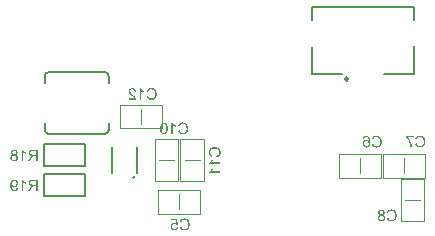
<source format=gbr>
G04*
G04 #@! TF.GenerationSoftware,Altium Limited,Altium Designer,23.0.1 (38)*
G04*
G04 Layer_Color=32896*
%FSLAX25Y25*%
%MOIN*%
G70*
G04*
G04 #@! TF.SameCoordinates,7EA281D9-4360-43E8-82A8-E858FA6B50C7*
G04*
G04*
G04 #@! TF.FilePolarity,Positive*
G04*
G01*
G75*
%ADD11C,0.00787*%
%ADD12C,0.00984*%
%ADD13C,0.00500*%
%ADD14C,0.00394*%
%ADD75C,0.00598*%
%ADD76C,0.00591*%
%ADD77C,0.00600*%
G36*
X459622Y251052D02*
X459727Y251041D01*
X459827Y251018D01*
X459922Y250991D01*
X460005Y250952D01*
X460088Y250919D01*
X460160Y250874D01*
X460227Y250835D01*
X460282Y250796D01*
X460338Y250752D01*
X460382Y250719D01*
X460415Y250685D01*
X460443Y250652D01*
X460465Y250630D01*
X460476Y250619D01*
X460482Y250613D01*
X460554Y250513D01*
X460615Y250397D01*
X460671Y250275D01*
X460721Y250147D01*
X460759Y250014D01*
X460793Y249881D01*
X460821Y249742D01*
X460843Y249614D01*
X460859Y249487D01*
X460871Y249370D01*
X460882Y249265D01*
X460887Y249176D01*
Y249098D01*
X460893Y249043D01*
Y249020D01*
Y249004D01*
Y248998D01*
Y248993D01*
X460887Y248815D01*
X460876Y248649D01*
X460859Y248493D01*
X460832Y248349D01*
X460804Y248221D01*
X460776Y248105D01*
X460743Y247999D01*
X460704Y247905D01*
X460671Y247827D01*
X460637Y247755D01*
X460610Y247699D01*
X460576Y247650D01*
X460554Y247611D01*
X460537Y247588D01*
X460526Y247572D01*
X460521Y247566D01*
X460449Y247489D01*
X460371Y247422D01*
X460293Y247366D01*
X460216Y247317D01*
X460132Y247272D01*
X460055Y247239D01*
X459977Y247211D01*
X459899Y247189D01*
X459833Y247172D01*
X459766Y247156D01*
X459711Y247145D01*
X459661Y247139D01*
X459616D01*
X459588Y247133D01*
X459561D01*
X459433Y247139D01*
X459316Y247161D01*
X459211Y247183D01*
X459117Y247217D01*
X459045Y247244D01*
X458989Y247272D01*
X458967Y247278D01*
X458950Y247289D01*
X458945Y247294D01*
X458939D01*
X458845Y247361D01*
X458756Y247439D01*
X458684Y247516D01*
X458623Y247594D01*
X458573Y247666D01*
X458539Y247722D01*
X458528Y247744D01*
X458517Y247761D01*
X458512Y247766D01*
Y247772D01*
X458456Y247888D01*
X458417Y248010D01*
X458390Y248121D01*
X458373Y248227D01*
X458356Y248316D01*
Y248349D01*
X458351Y248382D01*
Y248410D01*
Y248427D01*
Y248438D01*
Y248443D01*
X458356Y248543D01*
X458367Y248637D01*
X458384Y248732D01*
X458401Y248815D01*
X458428Y248893D01*
X458456Y248970D01*
X458484Y249037D01*
X458517Y249098D01*
X458551Y249154D01*
X458578Y249203D01*
X458606Y249242D01*
X458634Y249281D01*
X458650Y249309D01*
X458667Y249326D01*
X458678Y249337D01*
X458684Y249342D01*
X458745Y249403D01*
X458811Y249459D01*
X458884Y249503D01*
X458950Y249542D01*
X459017Y249581D01*
X459083Y249609D01*
X459211Y249648D01*
X459267Y249664D01*
X459322Y249675D01*
X459366Y249681D01*
X459411Y249686D01*
X459444Y249692D01*
X459489D01*
X459588Y249686D01*
X459683Y249670D01*
X459772Y249653D01*
X459849Y249631D01*
X459916Y249603D01*
X459966Y249587D01*
X459999Y249570D01*
X460005Y249564D01*
X460010D01*
X460099Y249509D01*
X460177Y249448D01*
X460249Y249387D01*
X460304Y249320D01*
X460354Y249265D01*
X460393Y249220D01*
X460415Y249187D01*
X460421Y249181D01*
Y249281D01*
X460415Y249381D01*
X460410Y249470D01*
X460399Y249559D01*
X460393Y249637D01*
X460382Y249709D01*
X460371Y249775D01*
X460354Y249836D01*
X460343Y249892D01*
X460332Y249936D01*
X460321Y249975D01*
X460316Y250008D01*
X460304Y250030D01*
X460299Y250047D01*
X460293Y250058D01*
Y250064D01*
X460238Y250175D01*
X460182Y250275D01*
X460121Y250352D01*
X460066Y250419D01*
X460016Y250475D01*
X459977Y250513D01*
X459949Y250536D01*
X459938Y250541D01*
X459871Y250586D01*
X459805Y250613D01*
X459738Y250635D01*
X459672Y250652D01*
X459622Y250663D01*
X459577Y250669D01*
X459539D01*
X459439Y250658D01*
X459344Y250635D01*
X459267Y250602D01*
X459194Y250569D01*
X459139Y250530D01*
X459100Y250497D01*
X459078Y250475D01*
X459067Y250463D01*
X459028Y250413D01*
X458989Y250352D01*
X458956Y250286D01*
X458934Y250219D01*
X458911Y250158D01*
X458895Y250108D01*
X458889Y250075D01*
X458884Y250069D01*
Y250064D01*
X458412Y250103D01*
X458445Y250258D01*
X458495Y250397D01*
X458551Y250519D01*
X458612Y250619D01*
X458673Y250696D01*
X458695Y250730D01*
X458723Y250758D01*
X458739Y250774D01*
X458756Y250791D01*
X458762Y250796D01*
X458767Y250802D01*
X458822Y250846D01*
X458884Y250885D01*
X459006Y250952D01*
X459128Y250996D01*
X459244Y251024D01*
X459350Y251046D01*
X459394Y251052D01*
X459433D01*
X459466Y251057D01*
X459511D01*
X459622Y251052D01*
D02*
G37*
G36*
X463074Y251096D02*
X463251Y251068D01*
X463407Y251035D01*
X463479Y251013D01*
X463546Y250991D01*
X463607Y250968D01*
X463662Y250946D01*
X463706Y250930D01*
X463751Y250913D01*
X463779Y250896D01*
X463801Y250885D01*
X463818Y250880D01*
X463823Y250874D01*
X463973Y250780D01*
X464101Y250669D01*
X464212Y250558D01*
X464306Y250447D01*
X464378Y250347D01*
X464406Y250302D01*
X464428Y250264D01*
X464450Y250236D01*
X464461Y250214D01*
X464467Y250197D01*
X464472Y250191D01*
X464550Y250019D01*
X464606Y249842D01*
X464644Y249664D01*
X464672Y249503D01*
X464683Y249431D01*
X464689Y249359D01*
X464694Y249304D01*
Y249248D01*
X464700Y249209D01*
Y249176D01*
Y249154D01*
Y249148D01*
X464689Y248948D01*
X464667Y248754D01*
X464639Y248582D01*
X464617Y248499D01*
X464600Y248427D01*
X464583Y248360D01*
X464561Y248299D01*
X464545Y248243D01*
X464534Y248199D01*
X464517Y248166D01*
X464511Y248138D01*
X464500Y248121D01*
Y248116D01*
X464417Y247949D01*
X464323Y247799D01*
X464223Y247672D01*
X464173Y247622D01*
X464128Y247572D01*
X464084Y247527D01*
X464040Y247489D01*
X464001Y247455D01*
X463967Y247433D01*
X463945Y247411D01*
X463923Y247394D01*
X463912Y247389D01*
X463906Y247383D01*
X463829Y247339D01*
X463751Y247300D01*
X463585Y247239D01*
X463418Y247195D01*
X463257Y247167D01*
X463179Y247156D01*
X463113Y247145D01*
X463052Y247139D01*
X463002D01*
X462957Y247133D01*
X462896D01*
X462785Y247139D01*
X462680Y247150D01*
X462580Y247161D01*
X462486Y247183D01*
X462397Y247211D01*
X462314Y247239D01*
X462236Y247267D01*
X462164Y247300D01*
X462103Y247328D01*
X462042Y247355D01*
X461997Y247383D01*
X461953Y247411D01*
X461925Y247433D01*
X461897Y247444D01*
X461886Y247455D01*
X461881Y247461D01*
X461803Y247527D01*
X461736Y247594D01*
X461675Y247672D01*
X461614Y247749D01*
X461514Y247905D01*
X461437Y248060D01*
X461403Y248132D01*
X461376Y248199D01*
X461353Y248260D01*
X461337Y248310D01*
X461320Y248354D01*
X461309Y248388D01*
X461303Y248410D01*
Y248415D01*
X461814Y248543D01*
X461836Y248454D01*
X461864Y248371D01*
X461892Y248293D01*
X461919Y248221D01*
X461953Y248155D01*
X461986Y248099D01*
X462025Y248044D01*
X462058Y247994D01*
X462086Y247949D01*
X462119Y247916D01*
X462147Y247883D01*
X462169Y247855D01*
X462191Y247838D01*
X462208Y247822D01*
X462214Y247816D01*
X462219Y247811D01*
X462275Y247766D01*
X462336Y247733D01*
X462458Y247672D01*
X462574Y247627D01*
X462691Y247600D01*
X462791Y247577D01*
X462830Y247572D01*
X462868D01*
X462902Y247566D01*
X462941D01*
X463068Y247572D01*
X463190Y247594D01*
X463301Y247622D01*
X463401Y247655D01*
X463479Y247688D01*
X463512Y247705D01*
X463540Y247716D01*
X463562Y247727D01*
X463579Y247738D01*
X463590Y247744D01*
X463596D01*
X463701Y247822D01*
X463790Y247905D01*
X463868Y247999D01*
X463929Y248088D01*
X463978Y248166D01*
X464012Y248232D01*
X464023Y248260D01*
X464034Y248277D01*
X464040Y248288D01*
Y248293D01*
X464084Y248438D01*
X464117Y248582D01*
X464145Y248726D01*
X464162Y248860D01*
X464167Y248920D01*
X464173Y248976D01*
Y249026D01*
X464178Y249065D01*
Y249098D01*
Y249126D01*
Y249143D01*
Y249148D01*
X464173Y249292D01*
X464162Y249426D01*
X464140Y249548D01*
X464117Y249659D01*
X464101Y249753D01*
X464089Y249792D01*
X464078Y249825D01*
X464073Y249853D01*
X464067Y249869D01*
X464062Y249881D01*
Y249886D01*
X464006Y250014D01*
X463945Y250130D01*
X463879Y250225D01*
X463806Y250308D01*
X463745Y250375D01*
X463695Y250419D01*
X463657Y250447D01*
X463651Y250458D01*
X463646D01*
X463529Y250530D01*
X463401Y250586D01*
X463279Y250624D01*
X463163Y250646D01*
X463057Y250663D01*
X463013Y250669D01*
X462974D01*
X462946Y250674D01*
X462902D01*
X462763Y250669D01*
X462635Y250646D01*
X462530Y250613D01*
X462436Y250580D01*
X462363Y250541D01*
X462308Y250513D01*
X462275Y250491D01*
X462264Y250480D01*
X462175Y250397D01*
X462091Y250302D01*
X462025Y250203D01*
X461969Y250103D01*
X461925Y250014D01*
X461908Y249970D01*
X461897Y249936D01*
X461886Y249908D01*
X461875Y249886D01*
X461869Y249875D01*
Y249869D01*
X461370Y249986D01*
X461403Y250086D01*
X461437Y250175D01*
X461481Y250258D01*
X461520Y250341D01*
X461564Y250413D01*
X461614Y250480D01*
X461659Y250547D01*
X461703Y250602D01*
X461747Y250646D01*
X461786Y250691D01*
X461825Y250730D01*
X461853Y250758D01*
X461881Y250785D01*
X461903Y250802D01*
X461914Y250807D01*
X461919Y250813D01*
X461997Y250863D01*
X462075Y250913D01*
X462152Y250952D01*
X462236Y250985D01*
X462402Y251035D01*
X462552Y251068D01*
X462624Y251085D01*
X462685Y251091D01*
X462746Y251096D01*
X462796Y251102D01*
X462835Y251107D01*
X462891D01*
X463074Y251096D01*
D02*
G37*
G36*
X477574D02*
X477751Y251068D01*
X477907Y251035D01*
X477979Y251013D01*
X478046Y250991D01*
X478107Y250968D01*
X478162Y250946D01*
X478206Y250930D01*
X478251Y250913D01*
X478279Y250896D01*
X478301Y250885D01*
X478318Y250880D01*
X478323Y250874D01*
X478473Y250780D01*
X478601Y250669D01*
X478712Y250558D01*
X478806Y250447D01*
X478878Y250347D01*
X478906Y250302D01*
X478928Y250264D01*
X478950Y250236D01*
X478961Y250214D01*
X478967Y250197D01*
X478972Y250191D01*
X479050Y250019D01*
X479106Y249842D01*
X479144Y249664D01*
X479172Y249503D01*
X479183Y249431D01*
X479189Y249359D01*
X479194Y249304D01*
Y249248D01*
X479200Y249209D01*
Y249176D01*
Y249154D01*
Y249148D01*
X479189Y248948D01*
X479167Y248754D01*
X479139Y248582D01*
X479117Y248499D01*
X479100Y248427D01*
X479083Y248360D01*
X479061Y248299D01*
X479045Y248243D01*
X479034Y248199D01*
X479017Y248166D01*
X479011Y248138D01*
X479000Y248121D01*
Y248116D01*
X478917Y247949D01*
X478823Y247799D01*
X478723Y247672D01*
X478673Y247622D01*
X478628Y247572D01*
X478584Y247527D01*
X478540Y247489D01*
X478501Y247455D01*
X478467Y247433D01*
X478445Y247411D01*
X478423Y247394D01*
X478412Y247389D01*
X478406Y247383D01*
X478329Y247339D01*
X478251Y247300D01*
X478085Y247239D01*
X477918Y247195D01*
X477757Y247167D01*
X477679Y247156D01*
X477613Y247145D01*
X477552Y247139D01*
X477502D01*
X477457Y247133D01*
X477396D01*
X477285Y247139D01*
X477180Y247150D01*
X477080Y247161D01*
X476986Y247183D01*
X476897Y247211D01*
X476814Y247239D01*
X476736Y247267D01*
X476664Y247300D01*
X476603Y247328D01*
X476542Y247355D01*
X476497Y247383D01*
X476453Y247411D01*
X476425Y247433D01*
X476397Y247444D01*
X476386Y247455D01*
X476381Y247461D01*
X476303Y247527D01*
X476236Y247594D01*
X476175Y247672D01*
X476114Y247749D01*
X476014Y247905D01*
X475937Y248060D01*
X475903Y248132D01*
X475876Y248199D01*
X475853Y248260D01*
X475837Y248310D01*
X475820Y248354D01*
X475809Y248388D01*
X475803Y248410D01*
Y248415D01*
X476314Y248543D01*
X476336Y248454D01*
X476364Y248371D01*
X476392Y248293D01*
X476419Y248221D01*
X476453Y248155D01*
X476486Y248099D01*
X476525Y248044D01*
X476558Y247994D01*
X476586Y247949D01*
X476619Y247916D01*
X476647Y247883D01*
X476669Y247855D01*
X476691Y247838D01*
X476708Y247822D01*
X476714Y247816D01*
X476719Y247811D01*
X476775Y247766D01*
X476836Y247733D01*
X476958Y247672D01*
X477074Y247627D01*
X477191Y247600D01*
X477291Y247577D01*
X477330Y247572D01*
X477368D01*
X477402Y247566D01*
X477441D01*
X477568Y247572D01*
X477690Y247594D01*
X477801Y247622D01*
X477901Y247655D01*
X477979Y247688D01*
X478012Y247705D01*
X478040Y247716D01*
X478062Y247727D01*
X478079Y247738D01*
X478090Y247744D01*
X478096D01*
X478201Y247822D01*
X478290Y247905D01*
X478368Y247999D01*
X478429Y248088D01*
X478478Y248166D01*
X478512Y248232D01*
X478523Y248260D01*
X478534Y248277D01*
X478540Y248288D01*
Y248293D01*
X478584Y248438D01*
X478617Y248582D01*
X478645Y248726D01*
X478662Y248860D01*
X478667Y248920D01*
X478673Y248976D01*
Y249026D01*
X478678Y249065D01*
Y249098D01*
Y249126D01*
Y249143D01*
Y249148D01*
X478673Y249292D01*
X478662Y249426D01*
X478640Y249548D01*
X478617Y249659D01*
X478601Y249753D01*
X478589Y249792D01*
X478578Y249825D01*
X478573Y249853D01*
X478567Y249869D01*
X478562Y249881D01*
Y249886D01*
X478506Y250014D01*
X478445Y250130D01*
X478379Y250225D01*
X478306Y250308D01*
X478245Y250375D01*
X478195Y250419D01*
X478157Y250447D01*
X478151Y250458D01*
X478146D01*
X478029Y250530D01*
X477901Y250586D01*
X477779Y250624D01*
X477663Y250646D01*
X477557Y250663D01*
X477513Y250669D01*
X477474D01*
X477446Y250674D01*
X477402D01*
X477263Y250669D01*
X477135Y250646D01*
X477030Y250613D01*
X476936Y250580D01*
X476863Y250541D01*
X476808Y250513D01*
X476775Y250491D01*
X476764Y250480D01*
X476675Y250397D01*
X476591Y250302D01*
X476525Y250203D01*
X476469Y250103D01*
X476425Y250014D01*
X476408Y249970D01*
X476397Y249936D01*
X476386Y249908D01*
X476375Y249886D01*
X476369Y249875D01*
Y249869D01*
X475870Y249986D01*
X475903Y250086D01*
X475937Y250175D01*
X475981Y250258D01*
X476020Y250341D01*
X476064Y250413D01*
X476114Y250480D01*
X476159Y250547D01*
X476203Y250602D01*
X476247Y250646D01*
X476286Y250691D01*
X476325Y250730D01*
X476353Y250758D01*
X476381Y250785D01*
X476403Y250802D01*
X476414Y250807D01*
X476419Y250813D01*
X476497Y250863D01*
X476575Y250913D01*
X476652Y250952D01*
X476736Y250985D01*
X476902Y251035D01*
X477052Y251068D01*
X477124Y251085D01*
X477185Y251091D01*
X477246Y251096D01*
X477296Y251102D01*
X477335Y251107D01*
X477391D01*
X477574Y251096D01*
D02*
G37*
G36*
X475337Y250536D02*
X473456D01*
X473589Y250375D01*
X473717Y250203D01*
X473828Y250036D01*
X473933Y249875D01*
X473978Y249803D01*
X474016Y249736D01*
X474055Y249675D01*
X474083Y249625D01*
X474105Y249581D01*
X474122Y249553D01*
X474133Y249531D01*
X474138Y249525D01*
X474249Y249304D01*
X474349Y249081D01*
X474433Y248871D01*
X474466Y248776D01*
X474499Y248682D01*
X474532Y248599D01*
X474555Y248521D01*
X474577Y248454D01*
X474593Y248399D01*
X474610Y248349D01*
X474621Y248316D01*
X474627Y248293D01*
Y248288D01*
X474682Y248060D01*
X474705Y247949D01*
X474721Y247849D01*
X474738Y247755D01*
X474754Y247661D01*
X474765Y247583D01*
X474777Y247505D01*
X474782Y247439D01*
X474788Y247378D01*
X474793Y247322D01*
Y247278D01*
X474799Y247244D01*
Y247222D01*
Y247205D01*
Y247200D01*
X474316D01*
X474299Y247411D01*
X474272Y247605D01*
X474244Y247783D01*
X474227Y247866D01*
X474211Y247944D01*
X474199Y248010D01*
X474183Y248071D01*
X474172Y248127D01*
X474161Y248171D01*
X474150Y248205D01*
X474144Y248232D01*
X474138Y248249D01*
Y248254D01*
X474055Y248510D01*
X473966Y248748D01*
X473922Y248865D01*
X473877Y248976D01*
X473828Y249076D01*
X473783Y249176D01*
X473744Y249265D01*
X473705Y249342D01*
X473672Y249409D01*
X473644Y249470D01*
X473617Y249520D01*
X473600Y249553D01*
X473589Y249575D01*
X473583Y249581D01*
X473517Y249697D01*
X473450Y249814D01*
X473384Y249920D01*
X473317Y250019D01*
X473256Y250108D01*
X473195Y250197D01*
X473134Y250275D01*
X473084Y250341D01*
X473034Y250408D01*
X472990Y250463D01*
X472945Y250508D01*
X472912Y250547D01*
X472890Y250580D01*
X472867Y250602D01*
X472856Y250613D01*
X472851Y250619D01*
Y250991D01*
X475337D01*
Y250536D01*
D02*
G37*
G36*
X396776Y221394D02*
X396332Y221334D01*
X396293Y221394D01*
X396243Y221445D01*
X396199Y221495D01*
X396154Y221533D01*
X396110Y221561D01*
X396076Y221589D01*
X396054Y221600D01*
X396049Y221605D01*
X395976Y221639D01*
X395904Y221667D01*
X395838Y221683D01*
X395771Y221700D01*
X395716Y221705D01*
X395671Y221711D01*
X395566D01*
X395499Y221700D01*
X395383Y221672D01*
X395283Y221633D01*
X395194Y221594D01*
X395127Y221550D01*
X395077Y221511D01*
X395050Y221483D01*
X395039Y221478D01*
Y221472D01*
X394961Y221378D01*
X394905Y221278D01*
X394866Y221173D01*
X394839Y221067D01*
X394822Y220978D01*
X394817Y220939D01*
Y220906D01*
X394811Y220878D01*
Y220856D01*
Y220845D01*
Y220840D01*
Y220762D01*
X394822Y220690D01*
X394850Y220551D01*
X394889Y220434D01*
X394928Y220340D01*
X394972Y220262D01*
X395011Y220201D01*
X395027Y220185D01*
X395039Y220168D01*
X395044Y220162D01*
X395050Y220157D01*
X395094Y220112D01*
X395139Y220074D01*
X395238Y220007D01*
X395333Y219963D01*
X395427Y219935D01*
X395505Y219913D01*
X395571Y219907D01*
X395594Y219902D01*
X395627D01*
X395732Y219907D01*
X395827Y219929D01*
X395910Y219957D01*
X395976Y219990D01*
X396038Y220024D01*
X396082Y220052D01*
X396104Y220074D01*
X396115Y220079D01*
X396182Y220157D01*
X396237Y220240D01*
X396282Y220335D01*
X396315Y220418D01*
X396337Y220501D01*
X396354Y220562D01*
X396359Y220590D01*
X396365Y220606D01*
Y220618D01*
Y220623D01*
X396859Y220584D01*
X396848Y220495D01*
X396831Y220412D01*
X396781Y220257D01*
X396720Y220124D01*
X396687Y220063D01*
X396654Y220013D01*
X396626Y219963D01*
X396593Y219918D01*
X396565Y219885D01*
X396537Y219857D01*
X396515Y219835D01*
X396504Y219813D01*
X396493Y219807D01*
X396487Y219802D01*
X396421Y219752D01*
X396354Y219707D01*
X396282Y219669D01*
X396210Y219635D01*
X396071Y219585D01*
X395932Y219552D01*
X395871Y219535D01*
X395810Y219530D01*
X395760Y219524D01*
X395716Y219519D01*
X395677Y219513D01*
X395627D01*
X395510Y219519D01*
X395399Y219535D01*
X395294Y219557D01*
X395199Y219585D01*
X395111Y219624D01*
X395027Y219663D01*
X394950Y219702D01*
X394883Y219746D01*
X394822Y219791D01*
X394767Y219829D01*
X394722Y219874D01*
X394683Y219907D01*
X394656Y219935D01*
X394633Y219957D01*
X394622Y219974D01*
X394617Y219979D01*
X394561Y220052D01*
X394517Y220129D01*
X394473Y220201D01*
X394439Y220279D01*
X394384Y220429D01*
X394350Y220573D01*
X394339Y220634D01*
X394328Y220695D01*
X394323Y220745D01*
X394317Y220790D01*
X394311Y220829D01*
Y220856D01*
Y220873D01*
Y220878D01*
X394317Y220978D01*
X394328Y221073D01*
X394345Y221167D01*
X394367Y221250D01*
X394395Y221328D01*
X394423Y221406D01*
X394456Y221472D01*
X394484Y221533D01*
X394517Y221589D01*
X394550Y221639D01*
X394578Y221678D01*
X394606Y221716D01*
X394628Y221744D01*
X394644Y221761D01*
X394656Y221772D01*
X394661Y221778D01*
X394728Y221838D01*
X394794Y221894D01*
X394866Y221938D01*
X394939Y221977D01*
X395011Y222016D01*
X395083Y222044D01*
X395216Y222083D01*
X395277Y222099D01*
X395333Y222111D01*
X395383Y222116D01*
X395427Y222122D01*
X395460Y222127D01*
X395583D01*
X395649Y222116D01*
X395782Y222088D01*
X395904Y222049D01*
X396015Y222005D01*
X396104Y221961D01*
X396143Y221938D01*
X396176Y221922D01*
X396204Y221905D01*
X396221Y221894D01*
X396232Y221888D01*
X396237Y221883D01*
X396032Y222921D01*
X394495D01*
Y223370D01*
X396404D01*
X396776Y221394D01*
D02*
G37*
G36*
X399062Y223476D02*
X399240Y223448D01*
X399395Y223415D01*
X399467Y223393D01*
X399534Y223370D01*
X399595Y223348D01*
X399651Y223326D01*
X399695Y223309D01*
X399739Y223293D01*
X399767Y223276D01*
X399789Y223265D01*
X399806Y223259D01*
X399812Y223254D01*
X399961Y223160D01*
X400089Y223048D01*
X400200Y222937D01*
X400294Y222827D01*
X400367Y222726D01*
X400394Y222682D01*
X400417Y222643D01*
X400439Y222616D01*
X400450Y222593D01*
X400455Y222577D01*
X400461Y222571D01*
X400539Y222399D01*
X400594Y222221D01*
X400633Y222044D01*
X400661Y221883D01*
X400672Y221811D01*
X400677Y221739D01*
X400683Y221683D01*
Y221628D01*
X400689Y221589D01*
Y221555D01*
Y221533D01*
Y221528D01*
X400677Y221328D01*
X400655Y221134D01*
X400627Y220962D01*
X400605Y220878D01*
X400589Y220806D01*
X400572Y220740D01*
X400550Y220679D01*
X400533Y220623D01*
X400522Y220579D01*
X400505Y220545D01*
X400500Y220518D01*
X400489Y220501D01*
Y220495D01*
X400405Y220329D01*
X400311Y220179D01*
X400211Y220052D01*
X400161Y220002D01*
X400117Y219952D01*
X400072Y219907D01*
X400028Y219868D01*
X399989Y219835D01*
X399956Y219813D01*
X399934Y219791D01*
X399911Y219774D01*
X399900Y219768D01*
X399895Y219763D01*
X399817Y219718D01*
X399739Y219680D01*
X399573Y219619D01*
X399406Y219574D01*
X399246Y219546D01*
X399168Y219535D01*
X399101Y219524D01*
X399040Y219519D01*
X398990D01*
X398946Y219513D01*
X398885D01*
X398774Y219519D01*
X398668Y219530D01*
X398568Y219541D01*
X398474Y219563D01*
X398385Y219591D01*
X398302Y219619D01*
X398224Y219646D01*
X398152Y219680D01*
X398091Y219707D01*
X398030Y219735D01*
X397986Y219763D01*
X397941Y219791D01*
X397914Y219813D01*
X397886Y219824D01*
X397875Y219835D01*
X397869Y219841D01*
X397791Y219907D01*
X397725Y219974D01*
X397664Y220052D01*
X397603Y220129D01*
X397503Y220285D01*
X397425Y220440D01*
X397392Y220512D01*
X397364Y220579D01*
X397342Y220640D01*
X397325Y220690D01*
X397308Y220734D01*
X397297Y220767D01*
X397292Y220790D01*
Y220795D01*
X397802Y220923D01*
X397825Y220834D01*
X397852Y220751D01*
X397880Y220673D01*
X397908Y220601D01*
X397941Y220534D01*
X397974Y220479D01*
X398013Y220423D01*
X398047Y220373D01*
X398074Y220329D01*
X398108Y220296D01*
X398135Y220262D01*
X398158Y220235D01*
X398180Y220218D01*
X398197Y220201D01*
X398202Y220196D01*
X398208Y220190D01*
X398263Y220146D01*
X398324Y220112D01*
X398446Y220052D01*
X398563Y220007D01*
X398679Y219979D01*
X398779Y219957D01*
X398818Y219952D01*
X398857D01*
X398890Y219946D01*
X398929D01*
X399057Y219952D01*
X399179Y219974D01*
X399290Y220002D01*
X399390Y220035D01*
X399467Y220068D01*
X399501Y220085D01*
X399529Y220096D01*
X399551Y220107D01*
X399567Y220118D01*
X399578Y220124D01*
X399584D01*
X399690Y220201D01*
X399778Y220285D01*
X399856Y220379D01*
X399917Y220468D01*
X399967Y220545D01*
X400000Y220612D01*
X400011Y220640D01*
X400023Y220656D01*
X400028Y220668D01*
Y220673D01*
X400072Y220817D01*
X400106Y220962D01*
X400134Y221106D01*
X400150Y221239D01*
X400156Y221300D01*
X400161Y221356D01*
Y221406D01*
X400167Y221445D01*
Y221478D01*
Y221505D01*
Y221522D01*
Y221528D01*
X400161Y221672D01*
X400150Y221805D01*
X400128Y221927D01*
X400106Y222038D01*
X400089Y222133D01*
X400078Y222171D01*
X400067Y222205D01*
X400061Y222233D01*
X400056Y222249D01*
X400050Y222260D01*
Y222266D01*
X399995Y222394D01*
X399934Y222510D01*
X399867Y222604D01*
X399795Y222688D01*
X399734Y222754D01*
X399684Y222799D01*
X399645Y222827D01*
X399640Y222838D01*
X399634D01*
X399517Y222910D01*
X399390Y222965D01*
X399268Y223004D01*
X399151Y223026D01*
X399046Y223043D01*
X399001Y223048D01*
X398962D01*
X398935Y223054D01*
X398890D01*
X398751Y223048D01*
X398624Y223026D01*
X398518Y222993D01*
X398424Y222960D01*
X398352Y222921D01*
X398296Y222893D01*
X398263Y222871D01*
X398252Y222860D01*
X398163Y222777D01*
X398080Y222682D01*
X398013Y222582D01*
X397958Y222482D01*
X397914Y222394D01*
X397897Y222349D01*
X397886Y222316D01*
X397875Y222288D01*
X397864Y222266D01*
X397858Y222255D01*
Y222249D01*
X397358Y222366D01*
X397392Y222466D01*
X397425Y222554D01*
X397469Y222638D01*
X397508Y222721D01*
X397553Y222793D01*
X397603Y222860D01*
X397647Y222926D01*
X397691Y222982D01*
X397736Y223026D01*
X397775Y223071D01*
X397814Y223110D01*
X397841Y223137D01*
X397869Y223165D01*
X397891Y223182D01*
X397902Y223187D01*
X397908Y223193D01*
X397986Y223243D01*
X398063Y223293D01*
X398141Y223331D01*
X398224Y223365D01*
X398391Y223415D01*
X398541Y223448D01*
X398613Y223465D01*
X398674Y223470D01*
X398735Y223476D01*
X398785Y223481D01*
X398824Y223487D01*
X398879D01*
X399062Y223476D01*
D02*
G37*
G36*
X345003Y236368D02*
X345064Y236279D01*
X345136Y236190D01*
X345203Y236112D01*
X345270Y236046D01*
X345320Y235990D01*
X345342Y235974D01*
X345358Y235957D01*
X345364Y235951D01*
X345370Y235946D01*
X345486Y235851D01*
X345603Y235763D01*
X345714Y235685D01*
X345825Y235624D01*
X345919Y235568D01*
X345958Y235546D01*
X345991Y235529D01*
X346019Y235513D01*
X346041Y235507D01*
X346052Y235496D01*
X346058D01*
Y235041D01*
X345974Y235074D01*
X345891Y235113D01*
X345808Y235152D01*
X345730Y235191D01*
X345664Y235224D01*
X345608Y235252D01*
X345575Y235274D01*
X345569Y235280D01*
X345564D01*
X345464Y235341D01*
X345375Y235402D01*
X345297Y235457D01*
X345236Y235507D01*
X345181Y235546D01*
X345148Y235579D01*
X345120Y235602D01*
X345114Y235607D01*
Y232605D01*
X344642D01*
Y236462D01*
X344948D01*
X345003Y236368D01*
D02*
G37*
G36*
X342323Y236456D02*
X342411Y236445D01*
X342500Y236429D01*
X342578Y236406D01*
X342728Y236345D01*
X342794Y236318D01*
X342850Y236284D01*
X342905Y236245D01*
X342950Y236218D01*
X342994Y236184D01*
X343027Y236157D01*
X343055Y236135D01*
X343072Y236118D01*
X343083Y236107D01*
X343089Y236101D01*
X343150Y236035D01*
X343199Y235957D01*
X343250Y235885D01*
X343288Y235807D01*
X343322Y235724D01*
X343349Y235646D01*
X343388Y235502D01*
X343405Y235430D01*
X343416Y235369D01*
X343422Y235308D01*
X343427Y235258D01*
X343433Y235219D01*
Y235191D01*
Y235169D01*
Y235163D01*
X343427Y235058D01*
X343416Y234963D01*
X343405Y234869D01*
X343383Y234780D01*
X343355Y234703D01*
X343327Y234625D01*
X343299Y234558D01*
X343266Y234497D01*
X343238Y234442D01*
X343211Y234392D01*
X343183Y234353D01*
X343155Y234314D01*
X343133Y234286D01*
X343122Y234270D01*
X343111Y234259D01*
X343105Y234253D01*
X343044Y234192D01*
X342977Y234142D01*
X342911Y234092D01*
X342839Y234053D01*
X342772Y234020D01*
X342706Y233992D01*
X342578Y233953D01*
X342522Y233937D01*
X342467Y233926D01*
X342423Y233920D01*
X342378Y233914D01*
X342345Y233909D01*
X342300D01*
X342195Y233914D01*
X342095Y233931D01*
X342006Y233953D01*
X341923Y233981D01*
X341862Y234003D01*
X341812Y234026D01*
X341779Y234042D01*
X341768Y234048D01*
X341679Y234103D01*
X341601Y234164D01*
X341534Y234225D01*
X341479Y234281D01*
X341440Y234336D01*
X341407Y234375D01*
X341385Y234403D01*
X341379Y234414D01*
Y234370D01*
Y234342D01*
Y234325D01*
Y234320D01*
X341385Y234209D01*
X341390Y234103D01*
X341401Y234009D01*
X341412Y233920D01*
X341429Y233848D01*
X341440Y233792D01*
X341446Y233770D01*
Y233753D01*
X341451Y233748D01*
Y233742D01*
X341479Y233643D01*
X341507Y233554D01*
X341534Y233476D01*
X341562Y233409D01*
X341584Y233360D01*
X341607Y233321D01*
X341618Y233293D01*
X341623Y233287D01*
X341668Y233226D01*
X341712Y233176D01*
X341757Y233132D01*
X341801Y233093D01*
X341834Y233060D01*
X341867Y233038D01*
X341890Y233027D01*
X341895Y233021D01*
X341956Y232988D01*
X342023Y232965D01*
X342084Y232949D01*
X342145Y232938D01*
X342195Y232932D01*
X342234Y232927D01*
X342273D01*
X342361Y232932D01*
X342445Y232949D01*
X342517Y232971D01*
X342578Y232999D01*
X342622Y233021D01*
X342661Y233043D01*
X342683Y233060D01*
X342689Y233065D01*
X342744Y233126D01*
X342789Y233198D01*
X342828Y233276D01*
X342855Y233354D01*
X342878Y233420D01*
X342894Y233482D01*
X342900Y233504D01*
Y233515D01*
X342905Y233526D01*
Y233531D01*
X343360Y233493D01*
X343327Y233332D01*
X343283Y233193D01*
X343227Y233071D01*
X343172Y232971D01*
X343116Y232893D01*
X343089Y232860D01*
X343066Y232832D01*
X343050Y232816D01*
X343033Y232799D01*
X343027Y232793D01*
X343022Y232788D01*
X342966Y232743D01*
X342905Y232705D01*
X342783Y232644D01*
X342661Y232599D01*
X342545Y232571D01*
X342439Y232549D01*
X342395Y232544D01*
X342356D01*
X342328Y232538D01*
X342284D01*
X342128Y232549D01*
X341990Y232571D01*
X341862Y232610D01*
X341757Y232655D01*
X341712Y232671D01*
X341668Y232694D01*
X341634Y232716D01*
X341601Y232732D01*
X341579Y232743D01*
X341562Y232754D01*
X341551Y232766D01*
X341546D01*
X341435Y232860D01*
X341335Y232965D01*
X341257Y233076D01*
X341190Y233182D01*
X341135Y233276D01*
X341113Y233321D01*
X341096Y233354D01*
X341085Y233387D01*
X341074Y233409D01*
X341068Y233420D01*
Y233426D01*
X341041Y233509D01*
X341013Y233604D01*
X340974Y233792D01*
X340946Y233992D01*
X340930Y234181D01*
X340918Y234264D01*
X340913Y234347D01*
Y234419D01*
X340907Y234481D01*
Y234530D01*
Y234569D01*
Y234597D01*
Y234603D01*
Y234730D01*
X340913Y234852D01*
X340924Y234963D01*
X340935Y235069D01*
X340946Y235163D01*
X340957Y235252D01*
X340974Y235335D01*
X340991Y235407D01*
X341007Y235469D01*
X341018Y235524D01*
X341035Y235574D01*
X341046Y235613D01*
X341057Y235641D01*
X341068Y235663D01*
X341074Y235674D01*
Y235679D01*
X341141Y235813D01*
X341213Y235929D01*
X341296Y236029D01*
X341368Y236112D01*
X341440Y236173D01*
X341496Y236218D01*
X341518Y236234D01*
X341534Y236245D01*
X341540Y236257D01*
X341546D01*
X341662Y236323D01*
X341779Y236373D01*
X341895Y236412D01*
X342001Y236434D01*
X342095Y236451D01*
X342134Y236456D01*
X342162D01*
X342189Y236462D01*
X342228D01*
X342323Y236456D01*
D02*
G37*
G36*
X350093Y232605D02*
X349582D01*
Y234309D01*
X348927D01*
X348866Y234303D01*
X348822D01*
X348783Y234297D01*
X348755Y234292D01*
X348733D01*
X348722Y234286D01*
X348716D01*
X348627Y234259D01*
X348589Y234242D01*
X348555Y234225D01*
X348522Y234209D01*
X348500Y234197D01*
X348489Y234192D01*
X348483Y234186D01*
X348439Y234153D01*
X348394Y234114D01*
X348311Y234031D01*
X348272Y233992D01*
X348245Y233959D01*
X348228Y233937D01*
X348222Y233931D01*
X348167Y233853D01*
X348106Y233770D01*
X348045Y233681D01*
X347984Y233598D01*
X347934Y233520D01*
X347895Y233459D01*
X347878Y233437D01*
X347867Y233420D01*
X347856Y233409D01*
Y233404D01*
X347351Y232605D01*
X346718D01*
X347379Y233648D01*
X347456Y233759D01*
X347529Y233859D01*
X347601Y233942D01*
X347662Y234020D01*
X347717Y234075D01*
X347762Y234120D01*
X347789Y234148D01*
X347800Y234159D01*
X347845Y234192D01*
X347895Y234231D01*
X347995Y234292D01*
X348039Y234314D01*
X348072Y234336D01*
X348095Y234347D01*
X348106Y234353D01*
X348006Y234370D01*
X347912Y234386D01*
X347828Y234414D01*
X347745Y234436D01*
X347673Y234464D01*
X347606Y234497D01*
X347545Y234525D01*
X347490Y234553D01*
X347445Y234586D01*
X347401Y234614D01*
X347368Y234636D01*
X347340Y234658D01*
X347318Y234675D01*
X347301Y234692D01*
X347295Y234697D01*
X347290Y234703D01*
X347246Y234758D01*
X347201Y234814D01*
X347134Y234930D01*
X347090Y235047D01*
X347057Y235158D01*
X347035Y235252D01*
X347029Y235291D01*
Y235330D01*
X347024Y235357D01*
Y235380D01*
Y235391D01*
Y235396D01*
X347029Y235513D01*
X347046Y235618D01*
X347073Y235718D01*
X347101Y235802D01*
X347134Y235874D01*
X347157Y235929D01*
X347179Y235962D01*
X347184Y235968D01*
Y235974D01*
X347251Y236062D01*
X347318Y236140D01*
X347390Y236207D01*
X347456Y236257D01*
X347517Y236295D01*
X347567Y236318D01*
X347601Y236334D01*
X347606Y236340D01*
X347612D01*
X347662Y236356D01*
X347723Y236373D01*
X347845Y236401D01*
X347978Y236418D01*
X348100Y236434D01*
X348217Y236440D01*
X348267D01*
X348311Y236445D01*
X350093D01*
Y232605D01*
D02*
G37*
G36*
X345003Y246368D02*
X345064Y246279D01*
X345136Y246190D01*
X345203Y246112D01*
X345270Y246046D01*
X345320Y245990D01*
X345342Y245973D01*
X345358Y245957D01*
X345364Y245951D01*
X345370Y245946D01*
X345486Y245851D01*
X345603Y245763D01*
X345714Y245685D01*
X345825Y245624D01*
X345919Y245568D01*
X345958Y245546D01*
X345991Y245530D01*
X346019Y245513D01*
X346041Y245507D01*
X346052Y245496D01*
X346058D01*
Y245041D01*
X345974Y245074D01*
X345891Y245113D01*
X345808Y245152D01*
X345730Y245191D01*
X345664Y245224D01*
X345608Y245252D01*
X345575Y245274D01*
X345569Y245280D01*
X345564D01*
X345464Y245341D01*
X345375Y245402D01*
X345297Y245457D01*
X345236Y245507D01*
X345181Y245546D01*
X345148Y245580D01*
X345120Y245602D01*
X345114Y245607D01*
Y242605D01*
X344642D01*
Y246462D01*
X344948D01*
X345003Y246368D01*
D02*
G37*
G36*
X350093Y242605D02*
X349582D01*
Y244308D01*
X348927D01*
X348866Y244303D01*
X348822D01*
X348783Y244297D01*
X348755Y244292D01*
X348733D01*
X348722Y244286D01*
X348716D01*
X348627Y244259D01*
X348589Y244242D01*
X348555Y244225D01*
X348522Y244209D01*
X348500Y244198D01*
X348489Y244192D01*
X348483Y244186D01*
X348439Y244153D01*
X348394Y244114D01*
X348311Y244031D01*
X348272Y243992D01*
X348245Y243959D01*
X348228Y243937D01*
X348222Y243931D01*
X348167Y243853D01*
X348106Y243770D01*
X348045Y243681D01*
X347984Y243598D01*
X347934Y243520D01*
X347895Y243459D01*
X347878Y243437D01*
X347867Y243421D01*
X347856Y243409D01*
Y243404D01*
X347351Y242605D01*
X346718D01*
X347379Y243648D01*
X347456Y243759D01*
X347529Y243859D01*
X347601Y243942D01*
X347662Y244020D01*
X347717Y244075D01*
X347762Y244120D01*
X347789Y244148D01*
X347800Y244159D01*
X347845Y244192D01*
X347895Y244231D01*
X347995Y244292D01*
X348039Y244314D01*
X348072Y244336D01*
X348095Y244347D01*
X348106Y244353D01*
X348006Y244370D01*
X347912Y244386D01*
X347828Y244414D01*
X347745Y244436D01*
X347673Y244464D01*
X347606Y244497D01*
X347545Y244525D01*
X347490Y244553D01*
X347445Y244586D01*
X347401Y244614D01*
X347368Y244636D01*
X347340Y244658D01*
X347318Y244675D01*
X347301Y244691D01*
X347295Y244697D01*
X347290Y244703D01*
X347246Y244758D01*
X347201Y244814D01*
X347134Y244930D01*
X347090Y245047D01*
X347057Y245158D01*
X347035Y245252D01*
X347029Y245291D01*
Y245330D01*
X347024Y245357D01*
Y245380D01*
Y245391D01*
Y245396D01*
X347029Y245513D01*
X347046Y245618D01*
X347073Y245718D01*
X347101Y245801D01*
X347134Y245874D01*
X347157Y245929D01*
X347179Y245962D01*
X347184Y245968D01*
Y245973D01*
X347251Y246062D01*
X347318Y246140D01*
X347390Y246207D01*
X347456Y246257D01*
X347517Y246295D01*
X347567Y246318D01*
X347601Y246334D01*
X347606Y246340D01*
X347612D01*
X347662Y246357D01*
X347723Y246373D01*
X347845Y246401D01*
X347978Y246417D01*
X348100Y246434D01*
X348217Y246440D01*
X348267D01*
X348311Y246445D01*
X350093D01*
Y242605D01*
D02*
G37*
G36*
X342273Y246456D02*
X342361Y246451D01*
X342517Y246417D01*
X342589Y246395D01*
X342656Y246373D01*
X342717Y246345D01*
X342772Y246318D01*
X342817Y246290D01*
X342861Y246262D01*
X342900Y246240D01*
X342928Y246218D01*
X342950Y246201D01*
X342966Y246184D01*
X342977Y246179D01*
X342983Y246173D01*
X343033Y246118D01*
X343083Y246062D01*
X343122Y246001D01*
X343155Y245940D01*
X343211Y245824D01*
X343244Y245713D01*
X343266Y245618D01*
X343272Y245574D01*
X343277Y245541D01*
X343283Y245507D01*
Y245485D01*
Y245474D01*
Y245468D01*
X343277Y245369D01*
X343261Y245274D01*
X343238Y245191D01*
X343211Y245119D01*
X343188Y245063D01*
X343166Y245019D01*
X343150Y244997D01*
X343144Y244986D01*
X343083Y244919D01*
X343016Y244858D01*
X342944Y244802D01*
X342872Y244758D01*
X342806Y244725D01*
X342756Y244703D01*
X342733Y244691D01*
X342717Y244686D01*
X342711Y244680D01*
X342706D01*
X342833Y244641D01*
X342939Y244592D01*
X343033Y244531D01*
X343111Y244475D01*
X343172Y244420D01*
X343216Y244375D01*
X343238Y244347D01*
X343250Y244342D01*
Y244336D01*
X343310Y244236D01*
X343360Y244131D01*
X343394Y244031D01*
X343416Y243931D01*
X343427Y243842D01*
X343433Y243804D01*
Y243770D01*
X343438Y243748D01*
Y243726D01*
Y243715D01*
Y243709D01*
X343433Y243620D01*
X343422Y243531D01*
X343405Y243448D01*
X343383Y243365D01*
X343327Y243226D01*
X343299Y243160D01*
X343266Y243104D01*
X343233Y243049D01*
X343205Y243004D01*
X343172Y242965D01*
X343150Y242932D01*
X343127Y242904D01*
X343111Y242888D01*
X343100Y242877D01*
X343094Y242871D01*
X343027Y242810D01*
X342955Y242760D01*
X342878Y242716D01*
X342800Y242677D01*
X342728Y242649D01*
X342650Y242621D01*
X342500Y242583D01*
X342434Y242566D01*
X342373Y242555D01*
X342317Y242549D01*
X342267Y242544D01*
X342228Y242538D01*
X342173D01*
X342067Y242544D01*
X341973Y242555D01*
X341879Y242571D01*
X341790Y242588D01*
X341712Y242616D01*
X341634Y242643D01*
X341562Y242671D01*
X341501Y242705D01*
X341446Y242738D01*
X341396Y242766D01*
X341357Y242793D01*
X341318Y242821D01*
X341290Y242838D01*
X341274Y242854D01*
X341263Y242865D01*
X341257Y242871D01*
X341196Y242938D01*
X341141Y243004D01*
X341096Y243071D01*
X341057Y243143D01*
X341018Y243210D01*
X340991Y243282D01*
X340952Y243409D01*
X340935Y243471D01*
X340924Y243526D01*
X340918Y243576D01*
X340913Y243615D01*
X340907Y243648D01*
Y243676D01*
Y243692D01*
Y243698D01*
X340913Y243826D01*
X340935Y243942D01*
X340968Y244048D01*
X341002Y244137D01*
X341035Y244209D01*
X341068Y244264D01*
X341090Y244297D01*
X341096Y244303D01*
Y244308D01*
X341174Y244397D01*
X341257Y244475D01*
X341346Y244536D01*
X341429Y244592D01*
X341507Y244630D01*
X341573Y244658D01*
X341596Y244669D01*
X341612Y244675D01*
X341623Y244680D01*
X341629D01*
X341529Y244725D01*
X341446Y244775D01*
X341374Y244825D01*
X341313Y244875D01*
X341268Y244919D01*
X341235Y244952D01*
X341213Y244974D01*
X341207Y244986D01*
X341157Y245063D01*
X341124Y245141D01*
X341096Y245219D01*
X341079Y245296D01*
X341068Y245357D01*
X341063Y245407D01*
Y245441D01*
Y245446D01*
Y245452D01*
X341068Y245530D01*
X341074Y245602D01*
X341113Y245740D01*
X341163Y245863D01*
X341218Y245968D01*
X341274Y246051D01*
X341301Y246084D01*
X341324Y246118D01*
X341346Y246140D01*
X341363Y246157D01*
X341368Y246162D01*
X341374Y246168D01*
X341435Y246218D01*
X341496Y246268D01*
X341562Y246306D01*
X341629Y246340D01*
X341762Y246390D01*
X341895Y246423D01*
X341951Y246440D01*
X342006Y246445D01*
X342056Y246451D01*
X342101Y246456D01*
X342134Y246462D01*
X342184D01*
X342273Y246456D01*
D02*
G37*
G36*
X394917Y255343D02*
X394978Y255254D01*
X395051Y255165D01*
X395117Y255087D01*
X395184Y255021D01*
X395234Y254965D01*
X395256Y254948D01*
X395272Y254932D01*
X395278Y254926D01*
X395284Y254921D01*
X395400Y254826D01*
X395517Y254738D01*
X395628Y254660D01*
X395739Y254599D01*
X395833Y254543D01*
X395872Y254521D01*
X395905Y254505D01*
X395933Y254488D01*
X395955Y254482D01*
X395966Y254471D01*
X395972D01*
Y254016D01*
X395888Y254049D01*
X395805Y254088D01*
X395722Y254127D01*
X395644Y254166D01*
X395578Y254199D01*
X395522Y254227D01*
X395489Y254249D01*
X395483Y254255D01*
X395478D01*
X395378Y254316D01*
X395289Y254377D01*
X395211Y254432D01*
X395150Y254482D01*
X395095Y254521D01*
X395061Y254555D01*
X395034Y254577D01*
X395028Y254582D01*
Y251580D01*
X394556D01*
Y255437D01*
X394862D01*
X394917Y255343D01*
D02*
G37*
G36*
X398536Y255476D02*
X398713Y255448D01*
X398869Y255415D01*
X398941Y255393D01*
X399008Y255370D01*
X399069Y255348D01*
X399124Y255326D01*
X399169Y255309D01*
X399213Y255293D01*
X399241Y255276D01*
X399263Y255265D01*
X399280Y255259D01*
X399285Y255254D01*
X399435Y255159D01*
X399563Y255048D01*
X399674Y254937D01*
X399768Y254826D01*
X399840Y254727D01*
X399868Y254682D01*
X399890Y254643D01*
X399912Y254615D01*
X399923Y254593D01*
X399929Y254577D01*
X399935Y254571D01*
X400012Y254399D01*
X400068Y254222D01*
X400106Y254044D01*
X400134Y253883D01*
X400145Y253811D01*
X400151Y253739D01*
X400156Y253683D01*
Y253628D01*
X400162Y253589D01*
Y253555D01*
Y253533D01*
Y253528D01*
X400151Y253328D01*
X400129Y253134D01*
X400101Y252962D01*
X400079Y252878D01*
X400062Y252806D01*
X400045Y252740D01*
X400023Y252679D01*
X400007Y252623D01*
X399995Y252579D01*
X399979Y252545D01*
X399973Y252518D01*
X399962Y252501D01*
Y252495D01*
X399879Y252329D01*
X399785Y252179D01*
X399685Y252051D01*
X399635Y252002D01*
X399590Y251952D01*
X399546Y251907D01*
X399501Y251868D01*
X399463Y251835D01*
X399429Y251813D01*
X399407Y251791D01*
X399385Y251774D01*
X399374Y251768D01*
X399368Y251763D01*
X399291Y251718D01*
X399213Y251680D01*
X399046Y251619D01*
X398880Y251574D01*
X398719Y251546D01*
X398641Y251535D01*
X398575Y251524D01*
X398514Y251519D01*
X398464D01*
X398419Y251513D01*
X398358D01*
X398247Y251519D01*
X398142Y251530D01*
X398042Y251541D01*
X397948Y251563D01*
X397859Y251591D01*
X397776Y251619D01*
X397698Y251646D01*
X397626Y251680D01*
X397565Y251707D01*
X397503Y251735D01*
X397459Y251763D01*
X397415Y251791D01*
X397387Y251813D01*
X397359Y251824D01*
X397348Y251835D01*
X397343Y251840D01*
X397265Y251907D01*
X397198Y251974D01*
X397137Y252051D01*
X397076Y252129D01*
X396976Y252285D01*
X396899Y252440D01*
X396865Y252512D01*
X396838Y252579D01*
X396815Y252640D01*
X396799Y252690D01*
X396782Y252734D01*
X396771Y252767D01*
X396765Y252790D01*
Y252795D01*
X397276Y252923D01*
X397298Y252834D01*
X397326Y252751D01*
X397354Y252673D01*
X397381Y252601D01*
X397415Y252534D01*
X397448Y252479D01*
X397487Y252423D01*
X397520Y252373D01*
X397548Y252329D01*
X397581Y252296D01*
X397609Y252262D01*
X397631Y252235D01*
X397653Y252218D01*
X397670Y252201D01*
X397676Y252196D01*
X397681Y252190D01*
X397737Y252146D01*
X397798Y252113D01*
X397920Y252051D01*
X398036Y252007D01*
X398153Y251979D01*
X398253Y251957D01*
X398292Y251952D01*
X398330D01*
X398364Y251946D01*
X398403D01*
X398530Y251952D01*
X398652Y251974D01*
X398763Y252002D01*
X398863Y252035D01*
X398941Y252068D01*
X398974Y252085D01*
X399002Y252096D01*
X399024Y252107D01*
X399041Y252118D01*
X399052Y252124D01*
X399058D01*
X399163Y252201D01*
X399252Y252285D01*
X399329Y252379D01*
X399391Y252468D01*
X399441Y252545D01*
X399474Y252612D01*
X399485Y252640D01*
X399496Y252656D01*
X399501Y252667D01*
Y252673D01*
X399546Y252817D01*
X399579Y252962D01*
X399607Y253106D01*
X399624Y253239D01*
X399629Y253300D01*
X399635Y253356D01*
Y253406D01*
X399640Y253445D01*
Y253478D01*
Y253505D01*
Y253522D01*
Y253528D01*
X399635Y253672D01*
X399624Y253805D01*
X399602Y253927D01*
X399579Y254038D01*
X399563Y254133D01*
X399552Y254171D01*
X399540Y254205D01*
X399535Y254233D01*
X399529Y254249D01*
X399524Y254260D01*
Y254266D01*
X399468Y254394D01*
X399407Y254510D01*
X399341Y254604D01*
X399268Y254688D01*
X399207Y254754D01*
X399158Y254799D01*
X399119Y254826D01*
X399113Y254838D01*
X399108D01*
X398991Y254910D01*
X398863Y254965D01*
X398741Y255004D01*
X398625Y255026D01*
X398519Y255043D01*
X398475Y255048D01*
X398436D01*
X398408Y255054D01*
X398364D01*
X398225Y255048D01*
X398097Y255026D01*
X397992Y254993D01*
X397898Y254960D01*
X397826Y254921D01*
X397770Y254893D01*
X397737Y254871D01*
X397726Y254860D01*
X397637Y254777D01*
X397553Y254682D01*
X397487Y254582D01*
X397431Y254482D01*
X397387Y254394D01*
X397370Y254349D01*
X397359Y254316D01*
X397348Y254288D01*
X397337Y254266D01*
X397332Y254255D01*
Y254249D01*
X396832Y254366D01*
X396865Y254466D01*
X396899Y254555D01*
X396943Y254638D01*
X396982Y254721D01*
X397026Y254793D01*
X397076Y254860D01*
X397121Y254926D01*
X397165Y254982D01*
X397209Y255026D01*
X397248Y255071D01*
X397287Y255110D01*
X397315Y255137D01*
X397343Y255165D01*
X397365Y255182D01*
X397376Y255187D01*
X397381Y255193D01*
X397459Y255243D01*
X397537Y255293D01*
X397615Y255331D01*
X397698Y255365D01*
X397864Y255415D01*
X398014Y255448D01*
X398086Y255465D01*
X398147Y255470D01*
X398208Y255476D01*
X398258Y255481D01*
X398297Y255487D01*
X398353D01*
X398536Y255476D01*
D02*
G37*
G36*
X392242Y255426D02*
X392381Y255404D01*
X392497Y255365D01*
X392597Y255326D01*
X392681Y255282D01*
X392714Y255265D01*
X392742Y255243D01*
X392764Y255232D01*
X392780Y255221D01*
X392786Y255209D01*
X392792D01*
X392892Y255121D01*
X392975Y255015D01*
X393047Y254910D01*
X393102Y254810D01*
X393147Y254715D01*
X393169Y254677D01*
X393180Y254638D01*
X393191Y254610D01*
X393202Y254588D01*
X393208Y254577D01*
Y254571D01*
X393230Y254488D01*
X393252Y254405D01*
X393286Y254222D01*
X393313Y254038D01*
X393330Y253866D01*
X393336Y253783D01*
X393341Y253711D01*
Y253644D01*
X393347Y253583D01*
Y253539D01*
Y253500D01*
Y253478D01*
Y253472D01*
X393341Y253278D01*
X393330Y253095D01*
X393313Y252928D01*
X393286Y252773D01*
X393258Y252629D01*
X393225Y252501D01*
X393191Y252384D01*
X393158Y252285D01*
X393125Y252196D01*
X393086Y252118D01*
X393058Y252051D01*
X393030Y252002D01*
X393003Y251957D01*
X392986Y251929D01*
X392975Y251913D01*
X392969Y251907D01*
X392908Y251840D01*
X392842Y251780D01*
X392769Y251724D01*
X392697Y251680D01*
X392625Y251641D01*
X392553Y251607D01*
X392481Y251585D01*
X392414Y251563D01*
X392348Y251546D01*
X392286Y251535D01*
X392231Y251524D01*
X392187Y251519D01*
X392148Y251513D01*
X392092D01*
X391943Y251524D01*
X391804Y251546D01*
X391687Y251585D01*
X391587Y251624D01*
X391504Y251663D01*
X391476Y251685D01*
X391448Y251702D01*
X391426Y251713D01*
X391410Y251724D01*
X391404Y251735D01*
X391399D01*
X391299Y251829D01*
X391215Y251929D01*
X391143Y252040D01*
X391088Y252140D01*
X391043Y252235D01*
X391021Y252274D01*
X391010Y252312D01*
X390999Y252340D01*
X390988Y252362D01*
X390982Y252373D01*
Y252379D01*
X390955Y252462D01*
X390932Y252545D01*
X390899Y252723D01*
X390871Y252906D01*
X390855Y253084D01*
X390849Y253162D01*
X390844Y253234D01*
Y253300D01*
X390838Y253361D01*
Y253406D01*
Y253445D01*
Y253467D01*
Y253472D01*
Y253578D01*
X390844Y253678D01*
Y253766D01*
X390849Y253855D01*
X390860Y253933D01*
X390866Y254011D01*
X390871Y254077D01*
X390882Y254138D01*
X390888Y254194D01*
X390899Y254244D01*
X390905Y254282D01*
X390910Y254316D01*
X390916Y254344D01*
X390921Y254360D01*
X390927Y254371D01*
Y254377D01*
X390960Y254499D01*
X390999Y254610D01*
X391043Y254704D01*
X391077Y254788D01*
X391115Y254860D01*
X391138Y254910D01*
X391160Y254937D01*
X391165Y254948D01*
X391227Y255032D01*
X391288Y255104D01*
X391354Y255165D01*
X391415Y255221D01*
X391471Y255259D01*
X391515Y255287D01*
X391543Y255304D01*
X391548Y255309D01*
X391554D01*
X391643Y255354D01*
X391737Y255381D01*
X391826Y255404D01*
X391909Y255420D01*
X391981Y255431D01*
X392042Y255437D01*
X392092D01*
X392242Y255426D01*
D02*
G37*
G36*
X381662Y266931D02*
X381756Y266926D01*
X381845Y266909D01*
X381928Y266893D01*
X382006Y266870D01*
X382078Y266848D01*
X382144Y266820D01*
X382206Y266793D01*
X382261Y266765D01*
X382306Y266737D01*
X382344Y266715D01*
X382378Y266693D01*
X382405Y266676D01*
X382422Y266659D01*
X382433Y266654D01*
X382439Y266648D01*
X382494Y266593D01*
X382544Y266532D01*
X382594Y266465D01*
X382633Y266399D01*
X382699Y266265D01*
X382744Y266132D01*
X382761Y266071D01*
X382777Y266010D01*
X382788Y265960D01*
X382799Y265916D01*
X382805Y265877D01*
Y265849D01*
X382810Y265832D01*
Y265827D01*
X382328Y265777D01*
X382317Y265905D01*
X382294Y266016D01*
X382261Y266115D01*
X382222Y266193D01*
X382189Y266260D01*
X382156Y266304D01*
X382133Y266332D01*
X382122Y266343D01*
X382039Y266410D01*
X381950Y266460D01*
X381856Y266498D01*
X381773Y266521D01*
X381695Y266537D01*
X381628Y266543D01*
X381606Y266548D01*
X381573D01*
X381456Y266543D01*
X381351Y266521D01*
X381262Y266487D01*
X381184Y266454D01*
X381123Y266415D01*
X381084Y266388D01*
X381057Y266365D01*
X381046Y266354D01*
X380979Y266277D01*
X380929Y266199D01*
X380890Y266121D01*
X380868Y266043D01*
X380851Y265982D01*
X380846Y265927D01*
X380840Y265894D01*
Y265888D01*
Y265882D01*
X380851Y265782D01*
X380874Y265677D01*
X380912Y265583D01*
X380951Y265494D01*
X380996Y265422D01*
X381034Y265361D01*
X381046Y265338D01*
X381057Y265322D01*
X381068Y265316D01*
Y265311D01*
X381112Y265250D01*
X381168Y265189D01*
X381229Y265122D01*
X381295Y265055D01*
X381434Y264922D01*
X381573Y264789D01*
X381645Y264728D01*
X381706Y264673D01*
X381767Y264623D01*
X381817Y264578D01*
X381856Y264545D01*
X381889Y264517D01*
X381911Y264500D01*
X381917Y264495D01*
X382056Y264378D01*
X382183Y264267D01*
X382289Y264167D01*
X382372Y264084D01*
X382444Y264012D01*
X382494Y263962D01*
X382522Y263929D01*
X382533Y263923D01*
Y263918D01*
X382611Y263823D01*
X382672Y263735D01*
X382727Y263646D01*
X382772Y263568D01*
X382805Y263502D01*
X382827Y263452D01*
X382838Y263418D01*
X382844Y263413D01*
Y263407D01*
X382866Y263346D01*
X382877Y263291D01*
X382888Y263235D01*
X382894Y263185D01*
X382899Y263141D01*
Y263107D01*
Y263085D01*
Y263080D01*
X380352D01*
Y263535D01*
X382244D01*
X382178Y263629D01*
X382144Y263668D01*
X382117Y263707D01*
X382089Y263740D01*
X382067Y263762D01*
X382050Y263779D01*
X382045Y263785D01*
X382017Y263812D01*
X381984Y263840D01*
X381906Y263912D01*
X381817Y263995D01*
X381723Y264079D01*
X381634Y264151D01*
X381595Y264184D01*
X381562Y264217D01*
X381534Y264240D01*
X381512Y264256D01*
X381501Y264267D01*
X381495Y264273D01*
X381406Y264351D01*
X381318Y264423D01*
X381240Y264495D01*
X381168Y264556D01*
X381101Y264617D01*
X381046Y264673D01*
X380990Y264722D01*
X380946Y264767D01*
X380901Y264811D01*
X380868Y264845D01*
X380840Y264872D01*
X380813Y264900D01*
X380785Y264933D01*
X380774Y264945D01*
X380696Y265039D01*
X380629Y265122D01*
X380574Y265205D01*
X380529Y265272D01*
X380496Y265333D01*
X380474Y265377D01*
X380463Y265405D01*
X380457Y265416D01*
X380424Y265499D01*
X380402Y265583D01*
X380380Y265660D01*
X380368Y265727D01*
X380363Y265788D01*
X380357Y265832D01*
Y265860D01*
Y265871D01*
X380363Y265955D01*
X380374Y266032D01*
X380385Y266110D01*
X380407Y266177D01*
X380463Y266310D01*
X380518Y266415D01*
X380552Y266465D01*
X380579Y266504D01*
X380607Y266543D01*
X380635Y266571D01*
X380657Y266593D01*
X380668Y266615D01*
X380679Y266621D01*
X380685Y266626D01*
X380746Y266682D01*
X380813Y266732D01*
X380885Y266770D01*
X380957Y266804D01*
X381101Y266859D01*
X381245Y266898D01*
X381307Y266909D01*
X381367Y266920D01*
X381423Y266926D01*
X381467Y266931D01*
X381506Y266937D01*
X381562D01*
X381662Y266931D01*
D02*
G37*
G36*
X384403Y266843D02*
X384464Y266754D01*
X384537Y266665D01*
X384603Y266587D01*
X384670Y266521D01*
X384720Y266465D01*
X384742Y266448D01*
X384759Y266432D01*
X384764Y266426D01*
X384770Y266421D01*
X384886Y266326D01*
X385003Y266238D01*
X385114Y266160D01*
X385225Y266099D01*
X385319Y266043D01*
X385358Y266021D01*
X385391Y266005D01*
X385419Y265988D01*
X385441Y265982D01*
X385452Y265971D01*
X385458D01*
Y265516D01*
X385375Y265549D01*
X385291Y265588D01*
X385208Y265627D01*
X385130Y265666D01*
X385064Y265699D01*
X385008Y265727D01*
X384975Y265749D01*
X384969Y265755D01*
X384964D01*
X384864Y265816D01*
X384775Y265877D01*
X384698Y265932D01*
X384636Y265982D01*
X384581Y266021D01*
X384548Y266055D01*
X384520Y266077D01*
X384514Y266082D01*
Y263080D01*
X384043D01*
Y266937D01*
X384348D01*
X384403Y266843D01*
D02*
G37*
G36*
X388022Y266976D02*
X388200Y266948D01*
X388355Y266915D01*
X388427Y266893D01*
X388494Y266870D01*
X388555Y266848D01*
X388610Y266826D01*
X388655Y266809D01*
X388699Y266793D01*
X388727Y266776D01*
X388749Y266765D01*
X388766Y266759D01*
X388771Y266754D01*
X388921Y266659D01*
X389049Y266548D01*
X389160Y266437D01*
X389254Y266326D01*
X389326Y266227D01*
X389354Y266182D01*
X389376Y266143D01*
X389398Y266115D01*
X389409Y266093D01*
X389415Y266077D01*
X389421Y266071D01*
X389498Y265899D01*
X389554Y265722D01*
X389593Y265544D01*
X389620Y265383D01*
X389632Y265311D01*
X389637Y265239D01*
X389643Y265183D01*
Y265128D01*
X389648Y265089D01*
Y265055D01*
Y265033D01*
Y265028D01*
X389637Y264828D01*
X389615Y264634D01*
X389587Y264462D01*
X389565Y264378D01*
X389548Y264306D01*
X389532Y264240D01*
X389509Y264179D01*
X389493Y264123D01*
X389482Y264079D01*
X389465Y264045D01*
X389459Y264018D01*
X389448Y264001D01*
Y263995D01*
X389365Y263829D01*
X389271Y263679D01*
X389171Y263551D01*
X389121Y263502D01*
X389076Y263452D01*
X389032Y263407D01*
X388988Y263368D01*
X388949Y263335D01*
X388915Y263313D01*
X388893Y263291D01*
X388871Y263274D01*
X388860Y263268D01*
X388855Y263263D01*
X388777Y263218D01*
X388699Y263180D01*
X388533Y263119D01*
X388366Y263074D01*
X388205Y263046D01*
X388127Y263035D01*
X388061Y263024D01*
X388000Y263019D01*
X387950D01*
X387905Y263013D01*
X387844D01*
X387733Y263019D01*
X387628Y263030D01*
X387528Y263041D01*
X387434Y263063D01*
X387345Y263091D01*
X387262Y263119D01*
X387184Y263146D01*
X387112Y263180D01*
X387051Y263207D01*
X386990Y263235D01*
X386945Y263263D01*
X386901Y263291D01*
X386873Y263313D01*
X386845Y263324D01*
X386834Y263335D01*
X386829Y263340D01*
X386751Y263407D01*
X386684Y263474D01*
X386623Y263551D01*
X386562Y263629D01*
X386462Y263785D01*
X386385Y263940D01*
X386351Y264012D01*
X386324Y264079D01*
X386301Y264140D01*
X386285Y264190D01*
X386268Y264234D01*
X386257Y264267D01*
X386251Y264290D01*
Y264295D01*
X386762Y264423D01*
X386784Y264334D01*
X386812Y264251D01*
X386840Y264173D01*
X386868Y264101D01*
X386901Y264034D01*
X386934Y263979D01*
X386973Y263923D01*
X387006Y263873D01*
X387034Y263829D01*
X387067Y263796D01*
X387095Y263762D01*
X387117Y263735D01*
X387140Y263718D01*
X387156Y263701D01*
X387162Y263696D01*
X387167Y263690D01*
X387223Y263646D01*
X387284Y263613D01*
X387406Y263551D01*
X387523Y263507D01*
X387639Y263479D01*
X387739Y263457D01*
X387778Y263452D01*
X387817D01*
X387850Y263446D01*
X387889D01*
X388016Y263452D01*
X388139Y263474D01*
X388249Y263502D01*
X388349Y263535D01*
X388427Y263568D01*
X388460Y263585D01*
X388488Y263596D01*
X388510Y263607D01*
X388527Y263618D01*
X388538Y263624D01*
X388544D01*
X388649Y263701D01*
X388738Y263785D01*
X388816Y263879D01*
X388877Y263968D01*
X388927Y264045D01*
X388960Y264112D01*
X388971Y264140D01*
X388982Y264156D01*
X388988Y264167D01*
Y264173D01*
X389032Y264317D01*
X389065Y264462D01*
X389093Y264606D01*
X389110Y264739D01*
X389115Y264800D01*
X389121Y264856D01*
Y264906D01*
X389126Y264945D01*
Y264978D01*
Y265005D01*
Y265022D01*
Y265028D01*
X389121Y265172D01*
X389110Y265305D01*
X389088Y265427D01*
X389065Y265538D01*
X389049Y265633D01*
X389038Y265671D01*
X389026Y265705D01*
X389021Y265733D01*
X389015Y265749D01*
X389010Y265760D01*
Y265766D01*
X388954Y265894D01*
X388893Y266010D01*
X388827Y266104D01*
X388755Y266188D01*
X388693Y266254D01*
X388644Y266299D01*
X388605Y266326D01*
X388599Y266338D01*
X388594D01*
X388477Y266410D01*
X388349Y266465D01*
X388227Y266504D01*
X388111Y266526D01*
X388005Y266543D01*
X387961Y266548D01*
X387922D01*
X387894Y266554D01*
X387850D01*
X387711Y266548D01*
X387583Y266526D01*
X387478Y266493D01*
X387384Y266460D01*
X387312Y266421D01*
X387256Y266393D01*
X387223Y266371D01*
X387212Y266360D01*
X387123Y266277D01*
X387040Y266182D01*
X386973Y266082D01*
X386917Y265982D01*
X386873Y265894D01*
X386857Y265849D01*
X386845Y265816D01*
X386834Y265788D01*
X386823Y265766D01*
X386818Y265755D01*
Y265749D01*
X386318Y265866D01*
X386351Y265966D01*
X386385Y266055D01*
X386429Y266138D01*
X386468Y266221D01*
X386512Y266293D01*
X386562Y266360D01*
X386607Y266426D01*
X386651Y266482D01*
X386696Y266526D01*
X386734Y266571D01*
X386773Y266610D01*
X386801Y266637D01*
X386829Y266665D01*
X386851Y266682D01*
X386862Y266687D01*
X386868Y266693D01*
X386945Y266743D01*
X387023Y266793D01*
X387101Y266831D01*
X387184Y266865D01*
X387350Y266915D01*
X387500Y266948D01*
X387572Y266965D01*
X387633Y266970D01*
X387695Y266976D01*
X387744Y266981D01*
X387783Y266987D01*
X387839D01*
X388022Y266976D01*
D02*
G37*
G36*
X409172Y247285D02*
X409366Y247262D01*
X409538Y247235D01*
X409622Y247212D01*
X409694Y247196D01*
X409760Y247179D01*
X409821Y247157D01*
X409877Y247140D01*
X409921Y247129D01*
X409955Y247113D01*
X409982Y247107D01*
X409999Y247096D01*
X410005D01*
X410171Y247013D01*
X410321Y246918D01*
X410449Y246818D01*
X410499Y246768D01*
X410548Y246724D01*
X410593Y246680D01*
X410632Y246635D01*
X410665Y246596D01*
X410687Y246563D01*
X410709Y246541D01*
X410726Y246519D01*
X410732Y246508D01*
X410737Y246502D01*
X410781Y246424D01*
X410820Y246347D01*
X410882Y246180D01*
X410926Y246014D01*
X410954Y245853D01*
X410965Y245775D01*
X410976Y245708D01*
X410981Y245647D01*
Y245597D01*
X410987Y245553D01*
Y245492D01*
X410981Y245381D01*
X410970Y245275D01*
X410959Y245176D01*
X410937Y245081D01*
X410909Y244992D01*
X410882Y244909D01*
X410854Y244831D01*
X410820Y244759D01*
X410793Y244698D01*
X410765Y244637D01*
X410737Y244593D01*
X410709Y244549D01*
X410687Y244521D01*
X410676Y244493D01*
X410665Y244482D01*
X410660Y244476D01*
X410593Y244399D01*
X410526Y244332D01*
X410449Y244271D01*
X410371Y244210D01*
X410215Y244110D01*
X410060Y244032D01*
X409988Y243999D01*
X409921Y243971D01*
X409860Y243949D01*
X409810Y243932D01*
X409766Y243916D01*
X409733Y243905D01*
X409710Y243899D01*
X409705D01*
X409577Y244410D01*
X409666Y244432D01*
X409749Y244460D01*
X409827Y244487D01*
X409899Y244515D01*
X409966Y244549D01*
X410021Y244582D01*
X410077Y244621D01*
X410127Y244654D01*
X410171Y244682D01*
X410204Y244715D01*
X410238Y244743D01*
X410265Y244765D01*
X410282Y244787D01*
X410299Y244804D01*
X410304Y244809D01*
X410310Y244815D01*
X410354Y244870D01*
X410388Y244931D01*
X410449Y245054D01*
X410493Y245170D01*
X410521Y245287D01*
X410543Y245387D01*
X410548Y245425D01*
Y245464D01*
X410554Y245497D01*
Y245536D01*
X410548Y245664D01*
X410526Y245786D01*
X410499Y245897D01*
X410465Y245997D01*
X410432Y246075D01*
X410415Y246108D01*
X410404Y246136D01*
X410393Y246158D01*
X410382Y246175D01*
X410376Y246186D01*
Y246191D01*
X410299Y246297D01*
X410215Y246386D01*
X410121Y246463D01*
X410032Y246524D01*
X409955Y246574D01*
X409888Y246607D01*
X409860Y246619D01*
X409844Y246630D01*
X409832Y246635D01*
X409827D01*
X409683Y246680D01*
X409538Y246713D01*
X409394Y246741D01*
X409261Y246757D01*
X409200Y246763D01*
X409144Y246768D01*
X409094D01*
X409056Y246774D01*
X409022D01*
X408994D01*
X408978D01*
X408972D01*
X408828Y246768D01*
X408695Y246757D01*
X408573Y246735D01*
X408462Y246713D01*
X408367Y246696D01*
X408328Y246685D01*
X408295Y246674D01*
X408267Y246669D01*
X408251Y246663D01*
X408240Y246657D01*
X408234D01*
X408106Y246602D01*
X407990Y246541D01*
X407896Y246474D01*
X407812Y246402D01*
X407746Y246341D01*
X407701Y246291D01*
X407674Y246252D01*
X407662Y246247D01*
Y246241D01*
X407590Y246125D01*
X407535Y245997D01*
X407496Y245875D01*
X407474Y245758D01*
X407457Y245653D01*
X407451Y245608D01*
Y245570D01*
X407446Y245542D01*
Y245497D01*
X407451Y245359D01*
X407474Y245231D01*
X407507Y245126D01*
X407540Y245031D01*
X407579Y244959D01*
X407607Y244904D01*
X407629Y244870D01*
X407640Y244859D01*
X407724Y244770D01*
X407818Y244687D01*
X407918Y244621D01*
X408018Y244565D01*
X408106Y244521D01*
X408151Y244504D01*
X408184Y244493D01*
X408212Y244482D01*
X408234Y244471D01*
X408245Y244465D01*
X408251D01*
X408134Y243966D01*
X408034Y243999D01*
X407945Y244032D01*
X407862Y244077D01*
X407779Y244115D01*
X407707Y244160D01*
X407640Y244210D01*
X407574Y244254D01*
X407518Y244299D01*
X407474Y244343D01*
X407429Y244382D01*
X407390Y244421D01*
X407363Y244448D01*
X407335Y244476D01*
X407318Y244498D01*
X407313Y244510D01*
X407307Y244515D01*
X407257Y244593D01*
X407207Y244671D01*
X407168Y244748D01*
X407135Y244831D01*
X407085Y244998D01*
X407052Y245148D01*
X407035Y245220D01*
X407030Y245281D01*
X407024Y245342D01*
X407019Y245392D01*
X407013Y245431D01*
Y245486D01*
X407024Y245670D01*
X407052Y245847D01*
X407085Y246003D01*
X407107Y246075D01*
X407130Y246141D01*
X407152Y246202D01*
X407174Y246258D01*
X407191Y246302D01*
X407207Y246347D01*
X407224Y246374D01*
X407235Y246397D01*
X407241Y246413D01*
X407246Y246419D01*
X407340Y246569D01*
X407451Y246696D01*
X407563Y246807D01*
X407674Y246902D01*
X407773Y246974D01*
X407818Y247002D01*
X407857Y247024D01*
X407885Y247046D01*
X407907Y247057D01*
X407923Y247063D01*
X407929Y247068D01*
X408101Y247146D01*
X408279Y247201D01*
X408456Y247240D01*
X408617Y247268D01*
X408689Y247279D01*
X408761Y247285D01*
X408817Y247290D01*
X408872D01*
X408911Y247296D01*
X408945D01*
X408967D01*
X408972D01*
X409172Y247285D01*
D02*
G37*
G36*
X408451Y243022D02*
X408412Y242939D01*
X408373Y242856D01*
X408334Y242778D01*
X408301Y242711D01*
X408273Y242656D01*
X408251Y242623D01*
X408245Y242617D01*
Y242612D01*
X408184Y242512D01*
X408123Y242423D01*
X408068Y242345D01*
X408018Y242284D01*
X407979Y242229D01*
X407945Y242195D01*
X407923Y242167D01*
X407918Y242162D01*
X410920D01*
Y241690D01*
X407063D01*
Y241995D01*
X407157Y242051D01*
X407246Y242112D01*
X407335Y242184D01*
X407413Y242251D01*
X407479Y242317D01*
X407535Y242367D01*
X407551Y242389D01*
X407568Y242406D01*
X407574Y242412D01*
X407579Y242417D01*
X407674Y242534D01*
X407762Y242650D01*
X407840Y242761D01*
X407901Y242872D01*
X407957Y242967D01*
X407979Y243005D01*
X407995Y243039D01*
X408012Y243067D01*
X408018Y243089D01*
X408029Y243100D01*
Y243106D01*
X408484D01*
X408451Y243022D01*
D02*
G37*
G36*
Y240036D02*
X408412Y239953D01*
X408373Y239870D01*
X408334Y239792D01*
X408301Y239725D01*
X408273Y239670D01*
X408251Y239637D01*
X408245Y239631D01*
Y239626D01*
X408184Y239526D01*
X408123Y239437D01*
X408068Y239359D01*
X408018Y239298D01*
X407979Y239243D01*
X407945Y239209D01*
X407923Y239182D01*
X407918Y239176D01*
X410920D01*
Y238704D01*
X407063D01*
Y239009D01*
X407157Y239065D01*
X407246Y239126D01*
X407335Y239198D01*
X407413Y239265D01*
X407479Y239331D01*
X407535Y239381D01*
X407551Y239404D01*
X407568Y239420D01*
X407574Y239426D01*
X407579Y239431D01*
X407674Y239548D01*
X407762Y239664D01*
X407840Y239775D01*
X407901Y239886D01*
X407957Y239981D01*
X407979Y240020D01*
X407995Y240053D01*
X408012Y240081D01*
X408018Y240103D01*
X408029Y240114D01*
Y240120D01*
X408484D01*
X408451Y240036D01*
D02*
G37*
G36*
X468051Y226476D02*
X468229Y226448D01*
X468384Y226415D01*
X468456Y226393D01*
X468523Y226370D01*
X468584Y226348D01*
X468640Y226326D01*
X468684Y226309D01*
X468728Y226293D01*
X468756Y226276D01*
X468778Y226265D01*
X468795Y226259D01*
X468800Y226254D01*
X468950Y226160D01*
X469078Y226048D01*
X469189Y225937D01*
X469283Y225827D01*
X469355Y225727D01*
X469383Y225682D01*
X469405Y225643D01*
X469428Y225616D01*
X469439Y225593D01*
X469444Y225577D01*
X469450Y225571D01*
X469527Y225399D01*
X469583Y225221D01*
X469622Y225044D01*
X469650Y224883D01*
X469661Y224811D01*
X469666Y224739D01*
X469672Y224683D01*
Y224628D01*
X469677Y224589D01*
Y224555D01*
Y224533D01*
Y224528D01*
X469666Y224328D01*
X469644Y224134D01*
X469616Y223962D01*
X469594Y223878D01*
X469578Y223806D01*
X469561Y223740D01*
X469539Y223679D01*
X469522Y223623D01*
X469511Y223579D01*
X469494Y223545D01*
X469489Y223518D01*
X469478Y223501D01*
Y223495D01*
X469394Y223329D01*
X469300Y223179D01*
X469200Y223052D01*
X469150Y223002D01*
X469106Y222952D01*
X469061Y222907D01*
X469017Y222868D01*
X468978Y222835D01*
X468945Y222813D01*
X468923Y222791D01*
X468900Y222774D01*
X468889Y222768D01*
X468884Y222763D01*
X468806Y222718D01*
X468728Y222680D01*
X468562Y222619D01*
X468395Y222574D01*
X468234Y222546D01*
X468157Y222535D01*
X468090Y222524D01*
X468029Y222519D01*
X467979D01*
X467935Y222513D01*
X467874D01*
X467763Y222519D01*
X467657Y222530D01*
X467557Y222541D01*
X467463Y222563D01*
X467374Y222591D01*
X467291Y222619D01*
X467213Y222646D01*
X467141Y222680D01*
X467080Y222707D01*
X467019Y222735D01*
X466974Y222763D01*
X466930Y222791D01*
X466902Y222813D01*
X466875Y222824D01*
X466863Y222835D01*
X466858Y222840D01*
X466780Y222907D01*
X466714Y222974D01*
X466653Y223052D01*
X466592Y223129D01*
X466492Y223285D01*
X466414Y223440D01*
X466381Y223512D01*
X466353Y223579D01*
X466331Y223640D01*
X466314Y223690D01*
X466297Y223734D01*
X466286Y223767D01*
X466281Y223790D01*
Y223795D01*
X466791Y223923D01*
X466814Y223834D01*
X466841Y223751D01*
X466869Y223673D01*
X466897Y223601D01*
X466930Y223534D01*
X466963Y223479D01*
X467002Y223423D01*
X467036Y223373D01*
X467063Y223329D01*
X467097Y223296D01*
X467124Y223262D01*
X467147Y223235D01*
X467169Y223218D01*
X467185Y223201D01*
X467191Y223196D01*
X467197Y223190D01*
X467252Y223146D01*
X467313Y223113D01*
X467435Y223052D01*
X467552Y223007D01*
X467668Y222979D01*
X467768Y222957D01*
X467807Y222952D01*
X467846D01*
X467879Y222946D01*
X467918D01*
X468046Y222952D01*
X468168Y222974D01*
X468279Y223002D01*
X468379Y223035D01*
X468456Y223068D01*
X468490Y223085D01*
X468517Y223096D01*
X468540Y223107D01*
X468556Y223118D01*
X468567Y223124D01*
X468573D01*
X468678Y223201D01*
X468767Y223285D01*
X468845Y223379D01*
X468906Y223468D01*
X468956Y223545D01*
X468989Y223612D01*
X469000Y223640D01*
X469011Y223656D01*
X469017Y223668D01*
Y223673D01*
X469061Y223817D01*
X469095Y223962D01*
X469122Y224106D01*
X469139Y224239D01*
X469145Y224300D01*
X469150Y224356D01*
Y224406D01*
X469156Y224445D01*
Y224478D01*
Y224505D01*
Y224522D01*
Y224528D01*
X469150Y224672D01*
X469139Y224805D01*
X469117Y224927D01*
X469095Y225038D01*
X469078Y225133D01*
X469067Y225171D01*
X469056Y225205D01*
X469050Y225233D01*
X469045Y225249D01*
X469039Y225260D01*
Y225266D01*
X468984Y225394D01*
X468923Y225510D01*
X468856Y225604D01*
X468784Y225688D01*
X468723Y225754D01*
X468673Y225799D01*
X468634Y225827D01*
X468628Y225838D01*
X468623D01*
X468506Y225910D01*
X468379Y225965D01*
X468257Y226004D01*
X468140Y226026D01*
X468035Y226043D01*
X467990Y226048D01*
X467951D01*
X467924Y226054D01*
X467879D01*
X467740Y226048D01*
X467613Y226026D01*
X467507Y225993D01*
X467413Y225960D01*
X467341Y225921D01*
X467285Y225893D01*
X467252Y225871D01*
X467241Y225860D01*
X467152Y225777D01*
X467069Y225682D01*
X467002Y225582D01*
X466947Y225482D01*
X466902Y225394D01*
X466886Y225349D01*
X466875Y225316D01*
X466863Y225288D01*
X466852Y225266D01*
X466847Y225255D01*
Y225249D01*
X466347Y225366D01*
X466381Y225466D01*
X466414Y225554D01*
X466458Y225638D01*
X466497Y225721D01*
X466542Y225793D01*
X466592Y225860D01*
X466636Y225926D01*
X466680Y225982D01*
X466725Y226026D01*
X466764Y226071D01*
X466803Y226110D01*
X466830Y226137D01*
X466858Y226165D01*
X466880Y226182D01*
X466891Y226187D01*
X466897Y226193D01*
X466974Y226243D01*
X467052Y226293D01*
X467130Y226331D01*
X467213Y226365D01*
X467380Y226415D01*
X467529Y226448D01*
X467602Y226465D01*
X467663Y226470D01*
X467724Y226476D01*
X467774Y226481D01*
X467813Y226487D01*
X467868D01*
X468051Y226476D01*
D02*
G37*
G36*
X464688Y226431D02*
X464777Y226426D01*
X464932Y226393D01*
X465004Y226370D01*
X465071Y226348D01*
X465132Y226320D01*
X465187Y226293D01*
X465232Y226265D01*
X465276Y226237D01*
X465315Y226215D01*
X465343Y226193D01*
X465365Y226176D01*
X465382Y226160D01*
X465393Y226154D01*
X465398Y226148D01*
X465448Y226093D01*
X465498Y226037D01*
X465537Y225976D01*
X465570Y225915D01*
X465626Y225799D01*
X465659Y225688D01*
X465681Y225593D01*
X465687Y225549D01*
X465693Y225516D01*
X465698Y225482D01*
Y225460D01*
Y225449D01*
Y225444D01*
X465693Y225344D01*
X465676Y225249D01*
X465654Y225166D01*
X465626Y225094D01*
X465604Y225038D01*
X465582Y224994D01*
X465565Y224972D01*
X465559Y224961D01*
X465498Y224894D01*
X465432Y224833D01*
X465359Y224778D01*
X465287Y224733D01*
X465221Y224700D01*
X465171Y224678D01*
X465149Y224667D01*
X465132Y224661D01*
X465126Y224655D01*
X465121D01*
X465248Y224617D01*
X465354Y224567D01*
X465448Y224505D01*
X465526Y224450D01*
X465587Y224394D01*
X465631Y224350D01*
X465654Y224322D01*
X465665Y224317D01*
Y224311D01*
X465726Y224211D01*
X465776Y224106D01*
X465809Y224006D01*
X465831Y223906D01*
X465842Y223817D01*
X465848Y223779D01*
Y223745D01*
X465853Y223723D01*
Y223701D01*
Y223690D01*
Y223684D01*
X465848Y223595D01*
X465837Y223507D01*
X465820Y223423D01*
X465798Y223340D01*
X465742Y223201D01*
X465715Y223135D01*
X465681Y223079D01*
X465648Y223024D01*
X465620Y222979D01*
X465587Y222940D01*
X465565Y222907D01*
X465543Y222879D01*
X465526Y222863D01*
X465515Y222852D01*
X465509Y222846D01*
X465443Y222785D01*
X465371Y222735D01*
X465293Y222691D01*
X465215Y222652D01*
X465143Y222624D01*
X465065Y222596D01*
X464916Y222557D01*
X464849Y222541D01*
X464788Y222530D01*
X464732Y222524D01*
X464682Y222519D01*
X464643Y222513D01*
X464588D01*
X464483Y222519D01*
X464388Y222530D01*
X464294Y222546D01*
X464205Y222563D01*
X464127Y222591D01*
X464050Y222619D01*
X463977Y222646D01*
X463916Y222680D01*
X463861Y222713D01*
X463811Y222741D01*
X463772Y222768D01*
X463733Y222796D01*
X463706Y222813D01*
X463689Y222829D01*
X463678Y222840D01*
X463672Y222846D01*
X463611Y222913D01*
X463556Y222979D01*
X463511Y223046D01*
X463473Y223118D01*
X463434Y223185D01*
X463406Y223257D01*
X463367Y223384D01*
X463350Y223446D01*
X463339Y223501D01*
X463334Y223551D01*
X463328Y223590D01*
X463323Y223623D01*
Y223651D01*
Y223668D01*
Y223673D01*
X463328Y223801D01*
X463350Y223917D01*
X463384Y224023D01*
X463417Y224112D01*
X463450Y224184D01*
X463484Y224239D01*
X463506Y224272D01*
X463511Y224278D01*
Y224284D01*
X463589Y224372D01*
X463672Y224450D01*
X463761Y224511D01*
X463844Y224567D01*
X463922Y224605D01*
X463989Y224633D01*
X464011Y224644D01*
X464028Y224650D01*
X464039Y224655D01*
X464044D01*
X463944Y224700D01*
X463861Y224750D01*
X463789Y224800D01*
X463728Y224850D01*
X463683Y224894D01*
X463650Y224927D01*
X463628Y224950D01*
X463622Y224961D01*
X463572Y225038D01*
X463539Y225116D01*
X463511Y225194D01*
X463495Y225272D01*
X463484Y225332D01*
X463478Y225382D01*
Y225416D01*
Y225421D01*
Y225427D01*
X463484Y225505D01*
X463489Y225577D01*
X463528Y225715D01*
X463578Y225838D01*
X463633Y225943D01*
X463689Y226026D01*
X463717Y226060D01*
X463739Y226093D01*
X463761Y226115D01*
X463778Y226132D01*
X463783Y226137D01*
X463789Y226143D01*
X463850Y226193D01*
X463911Y226243D01*
X463977Y226282D01*
X464044Y226315D01*
X464177Y226365D01*
X464311Y226398D01*
X464366Y226415D01*
X464422Y226420D01*
X464471Y226426D01*
X464516Y226431D01*
X464549Y226437D01*
X464599D01*
X464688Y226431D01*
D02*
G37*
%LPC*%
G36*
X459616Y249276D02*
X459583D01*
X459466Y249265D01*
X459361Y249237D01*
X459272Y249203D01*
X459194Y249159D01*
X459133Y249115D01*
X459089Y249081D01*
X459061Y249054D01*
X459050Y249043D01*
X458978Y248948D01*
X458922Y248848D01*
X458884Y248743D01*
X458861Y248643D01*
X458845Y248554D01*
X458839Y248515D01*
Y248482D01*
X458834Y248454D01*
Y248432D01*
Y248421D01*
Y248415D01*
X458845Y248266D01*
X458867Y248138D01*
X458900Y248027D01*
X458939Y247933D01*
X458984Y247860D01*
X459017Y247805D01*
X459039Y247772D01*
X459050Y247766D01*
Y247761D01*
X459089Y247716D01*
X459133Y247683D01*
X459222Y247622D01*
X459311Y247583D01*
X459389Y247550D01*
X459461Y247533D01*
X459516Y247527D01*
X459539Y247522D01*
X459566D01*
X459644Y247527D01*
X459716Y247538D01*
X459783Y247561D01*
X459838Y247583D01*
X459888Y247600D01*
X459927Y247622D01*
X459949Y247633D01*
X459960Y247639D01*
X460027Y247688D01*
X460082Y247738D01*
X460132Y247799D01*
X460171Y247849D01*
X460205Y247899D01*
X460227Y247938D01*
X460243Y247966D01*
X460249Y247977D01*
X460282Y248060D01*
X460304Y248144D01*
X460327Y248221D01*
X460338Y248293D01*
X460343Y248354D01*
X460349Y248404D01*
Y248432D01*
Y248443D01*
X460338Y248576D01*
X460316Y248693D01*
X460277Y248798D01*
X460238Y248882D01*
X460199Y248954D01*
X460160Y249004D01*
X460138Y249031D01*
X460127Y249043D01*
X460038Y249120D01*
X459949Y249176D01*
X459855Y249220D01*
X459772Y249248D01*
X459694Y249265D01*
X459638Y249270D01*
X459616Y249276D01*
D02*
G37*
G36*
X342200Y236073D02*
X342112D01*
X342056Y236062D01*
X341956Y236035D01*
X341867Y235996D01*
X341790Y235957D01*
X341729Y235912D01*
X341684Y235874D01*
X341657Y235846D01*
X341646Y235840D01*
Y235835D01*
X341573Y235740D01*
X341518Y235635D01*
X341479Y235524D01*
X341457Y235419D01*
X341440Y235330D01*
X341435Y235291D01*
Y235252D01*
X341429Y235224D01*
Y235202D01*
Y235191D01*
Y235185D01*
X341440Y235041D01*
X341462Y234913D01*
X341496Y234808D01*
X341534Y234719D01*
X341579Y234647D01*
X341612Y234597D01*
X341634Y234564D01*
X341646Y234553D01*
X341729Y234475D01*
X341818Y234419D01*
X341906Y234381D01*
X341995Y234353D01*
X342067Y234336D01*
X342128Y234331D01*
X342151Y234325D01*
X342184D01*
X342300Y234336D01*
X342406Y234359D01*
X342500Y234397D01*
X342583Y234442D01*
X342645Y234481D01*
X342694Y234519D01*
X342722Y234542D01*
X342733Y234553D01*
X342806Y234642D01*
X342861Y234741D01*
X342894Y234841D01*
X342922Y234936D01*
X342939Y235019D01*
X342944Y235052D01*
Y235086D01*
X342950Y235113D01*
Y235130D01*
Y235141D01*
Y235147D01*
X342939Y235291D01*
X342916Y235424D01*
X342878Y235541D01*
X342833Y235635D01*
X342794Y235713D01*
X342756Y235768D01*
X342744Y235785D01*
X342733Y235802D01*
X342722Y235807D01*
Y235813D01*
X342678Y235857D01*
X342633Y235901D01*
X342539Y235962D01*
X342445Y236012D01*
X342356Y236040D01*
X342284Y236062D01*
X342223Y236068D01*
X342200Y236073D01*
D02*
G37*
G36*
X349582Y236018D02*
X348372D01*
X348222Y236012D01*
X348095Y235990D01*
X347984Y235962D01*
X347900Y235929D01*
X347828Y235896D01*
X347784Y235868D01*
X347756Y235846D01*
X347745Y235840D01*
X347678Y235768D01*
X347628Y235696D01*
X347595Y235618D01*
X347567Y235552D01*
X347556Y235485D01*
X347551Y235435D01*
X347545Y235402D01*
Y235396D01*
Y235391D01*
X347551Y235324D01*
X347562Y235258D01*
X347579Y235202D01*
X347595Y235152D01*
X347617Y235108D01*
X347634Y235074D01*
X347645Y235052D01*
X347651Y235047D01*
X347690Y234991D01*
X347739Y234941D01*
X347789Y234902D01*
X347839Y234869D01*
X347884Y234847D01*
X347917Y234830D01*
X347939Y234819D01*
X347950Y234814D01*
X348028Y234791D01*
X348117Y234775D01*
X348206Y234764D01*
X348294Y234758D01*
X348372Y234752D01*
X348439Y234747D01*
X349582D01*
Y236018D01*
D02*
G37*
G36*
Y246018D02*
X348372D01*
X348222Y246012D01*
X348095Y245990D01*
X347984Y245962D01*
X347900Y245929D01*
X347828Y245896D01*
X347784Y245868D01*
X347756Y245846D01*
X347745Y245840D01*
X347678Y245768D01*
X347628Y245696D01*
X347595Y245618D01*
X347567Y245552D01*
X347556Y245485D01*
X347551Y245435D01*
X347545Y245402D01*
Y245396D01*
Y245391D01*
X347551Y245324D01*
X347562Y245258D01*
X347579Y245202D01*
X347595Y245152D01*
X347617Y245108D01*
X347634Y245074D01*
X347645Y245052D01*
X347651Y245047D01*
X347690Y244991D01*
X347739Y244941D01*
X347789Y244902D01*
X347839Y244869D01*
X347884Y244847D01*
X347917Y244830D01*
X347939Y244819D01*
X347950Y244814D01*
X348028Y244791D01*
X348117Y244775D01*
X348206Y244764D01*
X348294Y244758D01*
X348372Y244753D01*
X348439Y244747D01*
X349582D01*
Y246018D01*
D02*
G37*
G36*
X342217Y246073D02*
X342173D01*
X342078Y246068D01*
X341990Y246046D01*
X341917Y246018D01*
X341851Y245985D01*
X341801Y245951D01*
X341762Y245924D01*
X341734Y245901D01*
X341729Y245896D01*
X341668Y245824D01*
X341623Y245752D01*
X341590Y245679D01*
X341568Y245613D01*
X341557Y245552D01*
X341546Y245502D01*
Y245468D01*
Y245463D01*
Y245457D01*
X341551Y245369D01*
X341573Y245285D01*
X341601Y245213D01*
X341634Y245152D01*
X341668Y245102D01*
X341695Y245069D01*
X341718Y245041D01*
X341723Y245036D01*
X341790Y244980D01*
X341867Y244936D01*
X341940Y244908D01*
X342012Y244886D01*
X342078Y244875D01*
X342128Y244869D01*
X342162Y244864D01*
X342173D01*
X342273Y244869D01*
X342361Y244891D01*
X342439Y244919D01*
X342506Y244952D01*
X342556Y244980D01*
X342595Y245008D01*
X342622Y245030D01*
X342628Y245036D01*
X342683Y245102D01*
X342728Y245180D01*
X342756Y245252D01*
X342778Y245324D01*
X342789Y245385D01*
X342794Y245435D01*
X342800Y245468D01*
Y245474D01*
Y245480D01*
X342794Y245568D01*
X342772Y245646D01*
X342744Y245718D01*
X342711Y245779D01*
X342683Y245829D01*
X342656Y245868D01*
X342633Y245890D01*
X342628Y245896D01*
X342556Y245957D01*
X342484Y246001D01*
X342406Y246029D01*
X342334Y246051D01*
X342267Y246062D01*
X342217Y246073D01*
D02*
G37*
G36*
X342223Y244481D02*
X342189D01*
X342067Y244469D01*
X341956Y244447D01*
X341856Y244408D01*
X341773Y244370D01*
X341707Y244325D01*
X341657Y244286D01*
X341629Y244264D01*
X341618Y244253D01*
X341540Y244164D01*
X341485Y244070D01*
X341446Y243975D01*
X341418Y243892D01*
X341401Y243809D01*
X341396Y243748D01*
X341390Y243726D01*
Y243709D01*
Y243698D01*
Y243692D01*
X341401Y243576D01*
X341424Y243465D01*
X341462Y243371D01*
X341501Y243293D01*
X341540Y243232D01*
X341579Y243182D01*
X341601Y243154D01*
X341612Y243143D01*
X341701Y243071D01*
X341790Y243015D01*
X341884Y242982D01*
X341973Y242954D01*
X342051Y242938D01*
X342117Y242932D01*
X342140Y242927D01*
X342173D01*
X342250Y242932D01*
X342328Y242943D01*
X342400Y242960D01*
X342461Y242976D01*
X342511Y242993D01*
X342550Y243010D01*
X342572Y243021D01*
X342583Y243026D01*
X342650Y243071D01*
X342706Y243115D01*
X342756Y243165D01*
X342794Y243215D01*
X342828Y243254D01*
X342850Y243287D01*
X342861Y243315D01*
X342866Y243321D01*
X342894Y243393D01*
X342916Y243459D01*
X342933Y243526D01*
X342944Y243587D01*
X342950Y243637D01*
X342955Y243676D01*
Y243698D01*
Y243709D01*
X342944Y243826D01*
X342922Y243931D01*
X342889Y244025D01*
X342844Y244109D01*
X342806Y244170D01*
X342772Y244220D01*
X342750Y244248D01*
X342739Y244259D01*
X342656Y244331D01*
X342561Y244386D01*
X342473Y244425D01*
X342384Y244453D01*
X342306Y244469D01*
X342245Y244475D01*
X342223Y244481D01*
D02*
G37*
G36*
X392131Y255048D02*
X392098D01*
X392037Y255043D01*
X391976Y255037D01*
X391920Y255021D01*
X391870Y254998D01*
X391776Y254948D01*
X391693Y254893D01*
X391632Y254832D01*
X391582Y254782D01*
X391565Y254760D01*
X391554Y254743D01*
X391543Y254738D01*
Y254732D01*
X391504Y254665D01*
X391471Y254588D01*
X391437Y254499D01*
X391415Y254405D01*
X391393Y254305D01*
X391376Y254199D01*
X391349Y253988D01*
X391337Y253883D01*
X391332Y253789D01*
X391326Y253700D01*
Y253628D01*
X391321Y253561D01*
Y253511D01*
Y253483D01*
Y253478D01*
Y253472D01*
Y253300D01*
X391332Y253145D01*
X391343Y253006D01*
X391354Y252873D01*
X391371Y252762D01*
X391393Y252656D01*
X391415Y252568D01*
X391432Y252484D01*
X391454Y252418D01*
X391476Y252362D01*
X391493Y252312D01*
X391515Y252274D01*
X391526Y252246D01*
X391537Y252229D01*
X391548Y252218D01*
Y252212D01*
X391593Y252157D01*
X391637Y252113D01*
X391682Y252068D01*
X391726Y252035D01*
X391820Y251979D01*
X391904Y251940D01*
X391981Y251918D01*
X392037Y251907D01*
X392059Y251902D01*
X392092D01*
X392153Y251907D01*
X392209Y251913D01*
X392314Y251952D01*
X392409Y252002D01*
X392492Y252057D01*
X392553Y252113D01*
X392603Y252162D01*
X392631Y252201D01*
X392642Y252207D01*
Y252212D01*
X392681Y252279D01*
X392714Y252357D01*
X392747Y252446D01*
X392769Y252540D01*
X392792Y252640D01*
X392808Y252745D01*
X392836Y252962D01*
X392847Y253062D01*
X392853Y253156D01*
X392858Y253245D01*
Y253317D01*
X392864Y253383D01*
Y253433D01*
Y253461D01*
Y253472D01*
X392858Y253644D01*
X392853Y253800D01*
X392842Y253944D01*
X392825Y254077D01*
X392808Y254194D01*
X392786Y254299D01*
X392764Y254394D01*
X392742Y254477D01*
X392720Y254549D01*
X392703Y254610D01*
X392681Y254660D01*
X392664Y254704D01*
X392647Y254732D01*
X392636Y254754D01*
X392625Y254765D01*
Y254771D01*
X392586Y254821D01*
X392547Y254865D01*
X392503Y254899D01*
X392459Y254932D01*
X392370Y254982D01*
X392286Y255015D01*
X392214Y255032D01*
X392153Y255043D01*
X392131Y255048D01*
D02*
G37*
G36*
X464632Y226048D02*
X464588D01*
X464494Y226043D01*
X464405Y226021D01*
X464333Y225993D01*
X464266Y225960D01*
X464216Y225926D01*
X464177Y225899D01*
X464150Y225876D01*
X464144Y225871D01*
X464083Y225799D01*
X464039Y225727D01*
X464005Y225654D01*
X463983Y225588D01*
X463972Y225527D01*
X463961Y225477D01*
Y225444D01*
Y225438D01*
Y225432D01*
X463966Y225344D01*
X463989Y225260D01*
X464016Y225188D01*
X464050Y225127D01*
X464083Y225077D01*
X464111Y225044D01*
X464133Y225016D01*
X464139Y225011D01*
X464205Y224955D01*
X464283Y224911D01*
X464355Y224883D01*
X464427Y224861D01*
X464494Y224850D01*
X464544Y224844D01*
X464577Y224838D01*
X464588D01*
X464688Y224844D01*
X464777Y224866D01*
X464854Y224894D01*
X464921Y224927D01*
X464971Y224955D01*
X465010Y224983D01*
X465038Y225005D01*
X465043Y225011D01*
X465099Y225077D01*
X465143Y225155D01*
X465171Y225227D01*
X465193Y225299D01*
X465204Y225360D01*
X465210Y225410D01*
X465215Y225444D01*
Y225449D01*
Y225455D01*
X465210Y225543D01*
X465187Y225621D01*
X465160Y225693D01*
X465126Y225754D01*
X465099Y225804D01*
X465071Y225843D01*
X465049Y225865D01*
X465043Y225871D01*
X464971Y225932D01*
X464899Y225976D01*
X464821Y226004D01*
X464749Y226026D01*
X464682Y226037D01*
X464632Y226048D01*
D02*
G37*
G36*
X464638Y224456D02*
X464605D01*
X464483Y224445D01*
X464372Y224422D01*
X464272Y224383D01*
X464188Y224345D01*
X464122Y224300D01*
X464072Y224261D01*
X464044Y224239D01*
X464033Y224228D01*
X463955Y224139D01*
X463900Y224045D01*
X463861Y223951D01*
X463833Y223867D01*
X463817Y223784D01*
X463811Y223723D01*
X463805Y223701D01*
Y223684D01*
Y223673D01*
Y223668D01*
X463817Y223551D01*
X463839Y223440D01*
X463878Y223346D01*
X463916Y223268D01*
X463955Y223207D01*
X463994Y223157D01*
X464016Y223129D01*
X464028Y223118D01*
X464116Y223046D01*
X464205Y222990D01*
X464299Y222957D01*
X464388Y222929D01*
X464466Y222913D01*
X464533Y222907D01*
X464555Y222902D01*
X464588D01*
X464666Y222907D01*
X464743Y222918D01*
X464816Y222935D01*
X464877Y222952D01*
X464927Y222968D01*
X464965Y222985D01*
X464988Y222996D01*
X464999Y223002D01*
X465065Y223046D01*
X465121Y223090D01*
X465171Y223140D01*
X465210Y223190D01*
X465243Y223229D01*
X465265Y223262D01*
X465276Y223290D01*
X465282Y223296D01*
X465309Y223368D01*
X465332Y223434D01*
X465348Y223501D01*
X465359Y223562D01*
X465365Y223612D01*
X465371Y223651D01*
Y223673D01*
Y223684D01*
X465359Y223801D01*
X465337Y223906D01*
X465304Y224001D01*
X465260Y224084D01*
X465221Y224145D01*
X465187Y224195D01*
X465165Y224222D01*
X465154Y224234D01*
X465071Y224306D01*
X464977Y224361D01*
X464888Y224400D01*
X464799Y224428D01*
X464721Y224445D01*
X464660Y224450D01*
X464638Y224456D01*
D02*
G37*
%LPD*%
D11*
X441500Y294000D02*
X475500D01*
Y289728D02*
Y294000D01*
Y271500D02*
Y281000D01*
X441500Y271500D02*
Y280661D01*
Y289728D02*
Y294000D01*
X465500Y271500D02*
X475500D01*
X441500D02*
X451500D01*
D12*
X453492Y270008D02*
G03*
X453492Y270008I-492J0D01*
G01*
D13*
X365890Y240858D02*
Y248142D01*
X352110Y240858D02*
Y248142D01*
X365890D01*
X352110Y240858D02*
X365890D01*
Y230858D02*
Y238142D01*
X352110Y230858D02*
Y238142D01*
X365890D01*
X352110Y230858D02*
X365890D01*
D14*
X457500Y238500D02*
Y243500D01*
X450512Y237063D02*
X464488D01*
Y244937D01*
X450512D02*
X464488D01*
X450512Y237063D02*
Y244937D01*
X472000Y238500D02*
Y243500D01*
X465012Y244937D02*
X478988D01*
X465012Y237063D02*
Y244937D01*
Y237063D02*
X478988D01*
Y244937D01*
X403992Y225110D02*
Y232984D01*
X390016Y225110D02*
X403992D01*
X390016D02*
Y232984D01*
X403992D01*
X397004Y226547D02*
Y231547D01*
X384457Y255000D02*
Y260000D01*
X377468Y261437D02*
X391445D01*
X377468Y253563D02*
Y261437D01*
Y253563D02*
X391445D01*
Y261437D01*
X399000Y243000D02*
X404000D01*
X397563Y236012D02*
Y249988D01*
Y236012D02*
X405437D01*
Y249988D01*
X397563D02*
X405437D01*
X390500Y243000D02*
X395500D01*
X389063Y236012D02*
Y249988D01*
Y236012D02*
X396937D01*
Y249988D01*
X389063D02*
X396937D01*
X471063Y222512D02*
X478937D01*
X471063D02*
Y236488D01*
X478937D01*
Y222512D02*
Y236488D01*
X472500Y229500D02*
X477500D01*
D75*
X372449Y251764D02*
G03*
X373630Y252945I0J1181D01*
G01*
X353551Y272236D02*
G03*
X352370Y271055I0J-1181D01*
G01*
Y252945D02*
G03*
X353551Y251764I1181J0D01*
G01*
X373630Y271055D02*
G03*
X372449Y272236I-1181J0D01*
G01*
D76*
X382248Y237173D02*
G03*
X382248Y237173I-295J0D01*
G01*
D77*
X373630Y252945D02*
Y255307D01*
X352370Y268693D02*
Y271055D01*
Y252945D02*
Y255307D01*
X353551Y251764D02*
X372449D01*
X373630Y268693D02*
Y271055D01*
X353551Y272236D02*
X372449D01*
X383237Y238763D02*
Y247237D01*
X374763Y238763D02*
Y247237D01*
M02*

</source>
